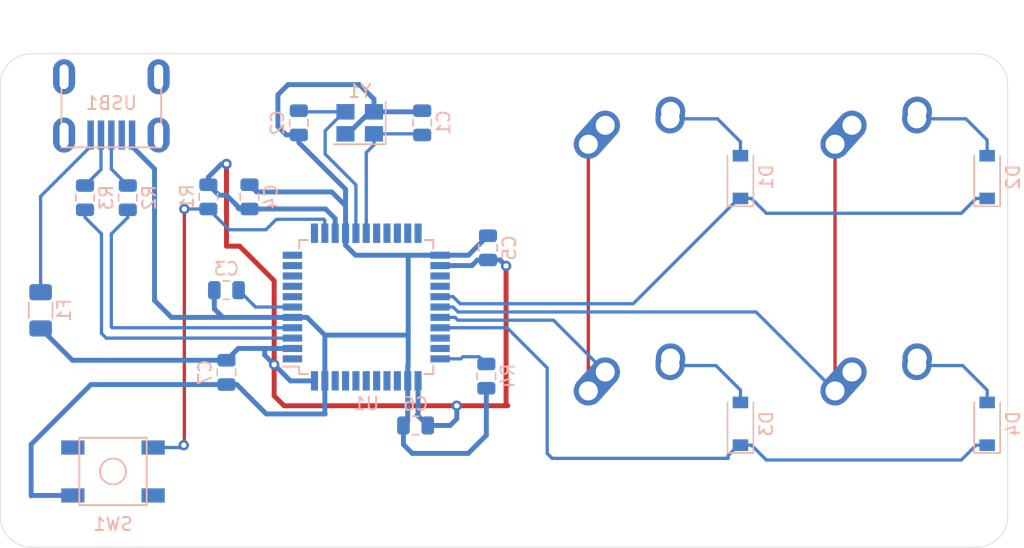
<source format=kicad_pcb>
(kicad_pcb (version 20171130) (host pcbnew "(5.1.4)-1")

  (general
    (thickness 1.6)
    (drawings 8)
    (tracks 214)
    (zones 0)
    (modules 24)
    (nets 45)
  )

  (page A4)
  (layers
    (0 F.Cu signal)
    (31 B.Cu signal)
    (32 B.Adhes user)
    (33 F.Adhes user)
    (34 B.Paste user)
    (35 F.Paste user)
    (36 B.SilkS user)
    (37 F.SilkS user)
    (38 B.Mask user)
    (39 F.Mask user)
    (40 Dwgs.User user)
    (41 Cmts.User user)
    (42 Eco1.User user)
    (43 Eco2.User user)
    (44 Edge.Cuts user)
    (45 Margin user)
    (46 B.CrtYd user)
    (47 F.CrtYd user)
    (48 B.Fab user)
    (49 F.Fab user)
  )

  (setup
    (last_trace_width 0.254)
    (trace_clearance 0.2)
    (zone_clearance 0.508)
    (zone_45_only no)
    (trace_min 0.2)
    (via_size 0.8)
    (via_drill 0.4)
    (via_min_size 0.4)
    (via_min_drill 0.3)
    (uvia_size 0.3)
    (uvia_drill 0.1)
    (uvias_allowed no)
    (uvia_min_size 0.2)
    (uvia_min_drill 0.1)
    (edge_width 0.05)
    (segment_width 0.2)
    (pcb_text_width 0.3)
    (pcb_text_size 1.5 1.5)
    (mod_edge_width 0.12)
    (mod_text_size 1 1)
    (mod_text_width 0.15)
    (pad_size 1.524 1.524)
    (pad_drill 0.762)
    (pad_to_mask_clearance 0.051)
    (solder_mask_min_width 0.25)
    (aux_axis_origin 0 0)
    (visible_elements FFFFFF7F)
    (pcbplotparams
      (layerselection 0x010fc_ffffffff)
      (usegerberextensions false)
      (usegerberattributes false)
      (usegerberadvancedattributes false)
      (creategerberjobfile false)
      (excludeedgelayer true)
      (linewidth 0.100000)
      (plotframeref false)
      (viasonmask false)
      (mode 1)
      (useauxorigin false)
      (hpglpennumber 1)
      (hpglpenspeed 20)
      (hpglpendiameter 15.000000)
      (psnegative false)
      (psa4output false)
      (plotreference true)
      (plotvalue true)
      (plotinvisibletext false)
      (padsonsilk false)
      (subtractmaskfromsilk false)
      (outputformat 1)
      (mirror false)
      (drillshape 1)
      (scaleselection 1)
      (outputdirectory ""))
  )

  (net 0 "")
  (net 1 GND)
  (net 2 "Net-(C1-Pad1)")
  (net 3 "Net-(C2-Pad1)")
  (net 4 "Net-(C3-Pad1)")
  (net 5 +5V)
  (net 6 "Net-(D1-Pad2)")
  (net 7 ROW0)
  (net 8 "Net-(D2-Pad2)")
  (net 9 "Net-(D3-Pad2)")
  (net 10 ROW1)
  (net 11 "Net-(D4-Pad2)")
  (net 12 VCC)
  (net 13 COL0)
  (net 14 COL1)
  (net 15 "Net-(R1-Pad2)")
  (net 16 D+)
  (net 17 "Net-(R2-Pad1)")
  (net 18 D-)
  (net 19 "Net-(R3-Pad1)")
  (net 20 "Net-(R4-Pad2)")
  (net 21 "Net-(U1-Pad42)")
  (net 22 "Net-(U1-Pad41)")
  (net 23 "Net-(U1-Pad40)")
  (net 24 "Net-(U1-Pad39)")
  (net 25 "Net-(U1-Pad38)")
  (net 26 "Net-(U1-Pad37)")
  (net 27 "Net-(U1-Pad36)")
  (net 28 "Net-(U1-Pad32)")
  (net 29 "Net-(U1-Pad31)")
  (net 30 "Net-(U1-Pad26)")
  (net 31 "Net-(U1-Pad25)")
  (net 32 "Net-(U1-Pad22)")
  (net 33 "Net-(U1-Pad21)")
  (net 34 "Net-(U1-Pad20)")
  (net 35 "Net-(U1-Pad19)")
  (net 36 "Net-(U1-Pad18)")
  (net 37 "Net-(U1-Pad12)")
  (net 38 "Net-(U1-Pad11)")
  (net 39 "Net-(U1-Pad10)")
  (net 40 "Net-(U1-Pad9)")
  (net 41 "Net-(U1-Pad8)")
  (net 42 "Net-(U1-Pad1)")
  (net 43 "Net-(USB1-Pad6)")
  (net 44 "Net-(USB1-Pad2)")

  (net_class Default "This is the default net class."
    (clearance 0.2)
    (trace_width 0.254)
    (via_dia 0.8)
    (via_drill 0.4)
    (uvia_dia 0.3)
    (uvia_drill 0.1)
    (add_net COL0)
    (add_net COL1)
    (add_net D+)
    (add_net D-)
    (add_net "Net-(C1-Pad1)")
    (add_net "Net-(C2-Pad1)")
    (add_net "Net-(C3-Pad1)")
    (add_net "Net-(D1-Pad2)")
    (add_net "Net-(D2-Pad2)")
    (add_net "Net-(D3-Pad2)")
    (add_net "Net-(D4-Pad2)")
    (add_net "Net-(R1-Pad2)")
    (add_net "Net-(R2-Pad1)")
    (add_net "Net-(R3-Pad1)")
    (add_net "Net-(R4-Pad2)")
    (add_net "Net-(U1-Pad1)")
    (add_net "Net-(U1-Pad10)")
    (add_net "Net-(U1-Pad11)")
    (add_net "Net-(U1-Pad12)")
    (add_net "Net-(U1-Pad18)")
    (add_net "Net-(U1-Pad19)")
    (add_net "Net-(U1-Pad20)")
    (add_net "Net-(U1-Pad21)")
    (add_net "Net-(U1-Pad22)")
    (add_net "Net-(U1-Pad25)")
    (add_net "Net-(U1-Pad26)")
    (add_net "Net-(U1-Pad31)")
    (add_net "Net-(U1-Pad32)")
    (add_net "Net-(U1-Pad36)")
    (add_net "Net-(U1-Pad37)")
    (add_net "Net-(U1-Pad38)")
    (add_net "Net-(U1-Pad39)")
    (add_net "Net-(U1-Pad40)")
    (add_net "Net-(U1-Pad41)")
    (add_net "Net-(U1-Pad42)")
    (add_net "Net-(U1-Pad8)")
    (add_net "Net-(U1-Pad9)")
    (add_net "Net-(USB1-Pad2)")
    (add_net "Net-(USB1-Pad6)")
    (add_net ROW0)
    (add_net ROW1)
    (add_net VCC)
  )

  (net_class Power ""
    (clearance 0.2)
    (trace_width 0.381)
    (via_dia 0.8)
    (via_drill 0.4)
    (uvia_dia 0.3)
    (uvia_drill 0.1)
    (add_net +5V)
    (add_net GND)
  )

  (module Crystal:Crystal_SMD_3225-4Pin_3.2x2.5mm (layer B.Cu) (tedit 5A0FD1B2) (tstamp 6293EE95)
    (at 67.437 84.709 180)
    (descr "SMD Crystal SERIES SMD3225/4 http://www.txccrystal.com/images/pdf/7m-accuracy.pdf, 3.2x2.5mm^2 package")
    (tags "SMD SMT crystal")
    (path /6294DC50)
    (attr smd)
    (fp_text reference Y1 (at 0 2.45) (layer B.SilkS)
      (effects (font (size 1 1) (thickness 0.15)) (justify mirror))
    )
    (fp_text value 16MHz (at 0 -2.45) (layer B.Fab)
      (effects (font (size 1 1) (thickness 0.15)) (justify mirror))
    )
    (fp_line (start 2.1 1.7) (end -2.1 1.7) (layer B.CrtYd) (width 0.05))
    (fp_line (start 2.1 -1.7) (end 2.1 1.7) (layer B.CrtYd) (width 0.05))
    (fp_line (start -2.1 -1.7) (end 2.1 -1.7) (layer B.CrtYd) (width 0.05))
    (fp_line (start -2.1 1.7) (end -2.1 -1.7) (layer B.CrtYd) (width 0.05))
    (fp_line (start -2 -1.65) (end 2 -1.65) (layer B.SilkS) (width 0.12))
    (fp_line (start -2 1.65) (end -2 -1.65) (layer B.SilkS) (width 0.12))
    (fp_line (start -1.6 -0.25) (end -0.6 -1.25) (layer B.Fab) (width 0.1))
    (fp_line (start 1.6 1.25) (end -1.6 1.25) (layer B.Fab) (width 0.1))
    (fp_line (start 1.6 -1.25) (end 1.6 1.25) (layer B.Fab) (width 0.1))
    (fp_line (start -1.6 -1.25) (end 1.6 -1.25) (layer B.Fab) (width 0.1))
    (fp_line (start -1.6 1.25) (end -1.6 -1.25) (layer B.Fab) (width 0.1))
    (fp_text user %R (at 0 0) (layer B.Fab)
      (effects (font (size 0.7 0.7) (thickness 0.105)) (justify mirror))
    )
    (pad 4 smd rect (at -1.1 0.85 180) (size 1.4 1.2) (layers B.Cu B.Paste B.Mask)
      (net 1 GND))
    (pad 3 smd rect (at 1.1 0.85 180) (size 1.4 1.2) (layers B.Cu B.Paste B.Mask)
      (net 3 "Net-(C2-Pad1)"))
    (pad 2 smd rect (at 1.1 -0.85 180) (size 1.4 1.2) (layers B.Cu B.Paste B.Mask)
      (net 1 GND))
    (pad 1 smd rect (at -1.1 -0.85 180) (size 1.4 1.2) (layers B.Cu B.Paste B.Mask)
      (net 2 "Net-(C1-Pad1)"))
    (model ${KISYS3DMOD}/Crystal.3dshapes/Crystal_SMD_3225-4Pin_3.2x2.5mm.wrl
      (at (xyz 0 0 0))
      (scale (xyz 1 1 1))
      (rotate (xyz 0 0 0))
    )
  )

  (module random-keyboard-parts:Molex-0548190589 (layer B.Cu) (tedit 5C494815) (tstamp 6293ED2D)
    (at 48.26 81.153 270)
    (path /62969BA1)
    (attr smd)
    (fp_text reference USB1 (at 2.032 0 180) (layer B.SilkS)
      (effects (font (size 1 1) (thickness 0.15)) (justify mirror))
    )
    (fp_text value Molex-0548190589 (at -5.08 0 180) (layer Dwgs.User)
      (effects (font (size 1 1) (thickness 0.15)))
    )
    (fp_text user %R (at 2 0 180) (layer B.CrtYd)
      (effects (font (size 1 1) (thickness 0.15)) (justify mirror))
    )
    (fp_line (start 3.25 1.25) (end 5.5 1.25) (layer B.CrtYd) (width 0.15))
    (fp_line (start 5.5 0.5) (end 3.25 0.5) (layer B.CrtYd) (width 0.15))
    (fp_line (start 3.25 -0.5) (end 5.5 -0.5) (layer B.CrtYd) (width 0.15))
    (fp_line (start 5.5 -1.25) (end 3.25 -1.25) (layer B.CrtYd) (width 0.15))
    (fp_line (start 3.25 -2) (end 5.5 -2) (layer B.CrtYd) (width 0.15))
    (fp_line (start 3.25 2) (end 3.25 -2) (layer B.CrtYd) (width 0.15))
    (fp_line (start 5.5 2) (end 3.25 2) (layer B.CrtYd) (width 0.15))
    (fp_line (start -3.75 -3.75) (end -3.75 3.75) (layer B.CrtYd) (width 0.15))
    (fp_line (start 5.5 -3.75) (end -3.75 -3.75) (layer B.CrtYd) (width 0.15))
    (fp_line (start 5.5 3.75) (end 5.5 -3.75) (layer B.CrtYd) (width 0.15))
    (fp_line (start -3.75 3.75) (end 5.5 3.75) (layer B.CrtYd) (width 0.15))
    (fp_line (start 0 3.85) (end 5.45 3.85) (layer B.SilkS) (width 0.15))
    (fp_line (start 0 -3.85) (end 5.45 -3.85) (layer B.SilkS) (width 0.15))
    (fp_line (start 5.45 3.85) (end 5.45 -3.85) (layer B.SilkS) (width 0.15))
    (fp_line (start -3.75 3.85) (end 0 3.85) (layer Dwgs.User) (width 0.15))
    (fp_line (start -3.75 -3.85) (end 0 -3.85) (layer Dwgs.User) (width 0.15))
    (fp_line (start -1.75 4.572) (end -1.75 -4.572) (layer Dwgs.User) (width 0.15))
    (fp_line (start -3.75 3.85) (end -3.75 -3.85) (layer Dwgs.User) (width 0.15))
    (pad 6 thru_hole oval (at 0 3.65 270) (size 2.7 1.7) (drill oval 1.9 0.7) (layers *.Cu *.Mask)
      (net 43 "Net-(USB1-Pad6)"))
    (pad 6 thru_hole oval (at 0 -3.65 270) (size 2.7 1.7) (drill oval 1.9 0.7) (layers *.Cu *.Mask)
      (net 43 "Net-(USB1-Pad6)"))
    (pad 6 thru_hole oval (at 4.5 -3.65 270) (size 2.7 1.7) (drill oval 1.9 0.7) (layers *.Cu *.Mask)
      (net 43 "Net-(USB1-Pad6)"))
    (pad 6 thru_hole oval (at 4.5 3.65 270) (size 2.7 1.7) (drill oval 1.9 0.7) (layers *.Cu *.Mask)
      (net 43 "Net-(USB1-Pad6)"))
    (pad 5 smd rect (at 4.5 1.6 270) (size 2.25 0.5) (layers B.Cu B.Paste B.Mask)
      (net 12 VCC))
    (pad 4 smd rect (at 4.5 0.8 270) (size 2.25 0.5) (layers B.Cu B.Paste B.Mask)
      (net 18 D-))
    (pad 3 smd rect (at 4.5 0 270) (size 2.25 0.5) (layers B.Cu B.Paste B.Mask)
      (net 16 D+))
    (pad 2 smd rect (at 4.5 -0.8 270) (size 2.25 0.5) (layers B.Cu B.Paste B.Mask)
      (net 44 "Net-(USB1-Pad2)"))
    (pad 1 smd rect (at 4.5 -1.6 270) (size 2.25 0.5) (layers B.Cu B.Paste B.Mask)
      (net 1 GND))
  )

  (module Package_QFP:TQFP-44_10x10mm_P0.8mm (layer B.Cu) (tedit 5A02F146) (tstamp 6293EC5A)
    (at 67.945 98.933)
    (descr "44-Lead Plastic Thin Quad Flatpack (PT) - 10x10x1.0 mm Body [TQFP] (see Microchip Packaging Specification 00000049BS.pdf)")
    (tags "QFP 0.8")
    (path /62936C10)
    (attr smd)
    (fp_text reference U1 (at 0 7.45) (layer B.SilkS)
      (effects (font (size 1 1) (thickness 0.15)) (justify mirror))
    )
    (fp_text value ATmega32U4-AU (at 0 -7.45) (layer B.Fab)
      (effects (font (size 1 1) (thickness 0.15)) (justify mirror))
    )
    (fp_line (start -5.175 4.6) (end -6.45 4.6) (layer B.SilkS) (width 0.15))
    (fp_line (start 5.175 5.175) (end 4.5 5.175) (layer B.SilkS) (width 0.15))
    (fp_line (start 5.175 -5.175) (end 4.5 -5.175) (layer B.SilkS) (width 0.15))
    (fp_line (start -5.175 -5.175) (end -4.5 -5.175) (layer B.SilkS) (width 0.15))
    (fp_line (start -5.175 5.175) (end -4.5 5.175) (layer B.SilkS) (width 0.15))
    (fp_line (start -5.175 -5.175) (end -5.175 -4.5) (layer B.SilkS) (width 0.15))
    (fp_line (start 5.175 -5.175) (end 5.175 -4.5) (layer B.SilkS) (width 0.15))
    (fp_line (start 5.175 5.175) (end 5.175 4.5) (layer B.SilkS) (width 0.15))
    (fp_line (start -5.175 5.175) (end -5.175 4.6) (layer B.SilkS) (width 0.15))
    (fp_line (start -6.7 -6.7) (end 6.7 -6.7) (layer B.CrtYd) (width 0.05))
    (fp_line (start -6.7 6.7) (end 6.7 6.7) (layer B.CrtYd) (width 0.05))
    (fp_line (start 6.7 6.7) (end 6.7 -6.7) (layer B.CrtYd) (width 0.05))
    (fp_line (start -6.7 6.7) (end -6.7 -6.7) (layer B.CrtYd) (width 0.05))
    (fp_line (start -5 4) (end -4 5) (layer B.Fab) (width 0.15))
    (fp_line (start -5 -5) (end -5 4) (layer B.Fab) (width 0.15))
    (fp_line (start 5 -5) (end -5 -5) (layer B.Fab) (width 0.15))
    (fp_line (start 5 5) (end 5 -5) (layer B.Fab) (width 0.15))
    (fp_line (start -4 5) (end 5 5) (layer B.Fab) (width 0.15))
    (fp_text user %R (at 0 0) (layer B.Fab)
      (effects (font (size 1 1) (thickness 0.15)) (justify mirror))
    )
    (pad 44 smd rect (at -4 5.7 270) (size 1.5 0.55) (layers B.Cu B.Paste B.Mask)
      (net 5 +5V))
    (pad 43 smd rect (at -3.2 5.7 270) (size 1.5 0.55) (layers B.Cu B.Paste B.Mask)
      (net 1 GND))
    (pad 42 smd rect (at -2.4 5.7 270) (size 1.5 0.55) (layers B.Cu B.Paste B.Mask)
      (net 21 "Net-(U1-Pad42)"))
    (pad 41 smd rect (at -1.6 5.7 270) (size 1.5 0.55) (layers B.Cu B.Paste B.Mask)
      (net 22 "Net-(U1-Pad41)"))
    (pad 40 smd rect (at -0.8 5.7 270) (size 1.5 0.55) (layers B.Cu B.Paste B.Mask)
      (net 23 "Net-(U1-Pad40)"))
    (pad 39 smd rect (at 0 5.7 270) (size 1.5 0.55) (layers B.Cu B.Paste B.Mask)
      (net 24 "Net-(U1-Pad39)"))
    (pad 38 smd rect (at 0.8 5.7 270) (size 1.5 0.55) (layers B.Cu B.Paste B.Mask)
      (net 25 "Net-(U1-Pad38)"))
    (pad 37 smd rect (at 1.6 5.7 270) (size 1.5 0.55) (layers B.Cu B.Paste B.Mask)
      (net 26 "Net-(U1-Pad37)"))
    (pad 36 smd rect (at 2.4 5.7 270) (size 1.5 0.55) (layers B.Cu B.Paste B.Mask)
      (net 27 "Net-(U1-Pad36)"))
    (pad 35 smd rect (at 3.2 5.7 270) (size 1.5 0.55) (layers B.Cu B.Paste B.Mask)
      (net 1 GND))
    (pad 34 smd rect (at 4 5.7 270) (size 1.5 0.55) (layers B.Cu B.Paste B.Mask)
      (net 5 +5V))
    (pad 33 smd rect (at 5.7 4) (size 1.5 0.55) (layers B.Cu B.Paste B.Mask)
      (net 20 "Net-(R4-Pad2)"))
    (pad 32 smd rect (at 5.7 3.2) (size 1.5 0.55) (layers B.Cu B.Paste B.Mask)
      (net 28 "Net-(U1-Pad32)"))
    (pad 31 smd rect (at 5.7 2.4) (size 1.5 0.55) (layers B.Cu B.Paste B.Mask)
      (net 29 "Net-(U1-Pad31)"))
    (pad 30 smd rect (at 5.7 1.6) (size 1.5 0.55) (layers B.Cu B.Paste B.Mask)
      (net 10 ROW1))
    (pad 29 smd rect (at 5.7 0.8) (size 1.5 0.55) (layers B.Cu B.Paste B.Mask)
      (net 13 COL0))
    (pad 28 smd rect (at 5.7 0) (size 1.5 0.55) (layers B.Cu B.Paste B.Mask)
      (net 14 COL1))
    (pad 27 smd rect (at 5.7 -0.8) (size 1.5 0.55) (layers B.Cu B.Paste B.Mask)
      (net 7 ROW0))
    (pad 26 smd rect (at 5.7 -1.6) (size 1.5 0.55) (layers B.Cu B.Paste B.Mask)
      (net 30 "Net-(U1-Pad26)"))
    (pad 25 smd rect (at 5.7 -2.4) (size 1.5 0.55) (layers B.Cu B.Paste B.Mask)
      (net 31 "Net-(U1-Pad25)"))
    (pad 24 smd rect (at 5.7 -3.2) (size 1.5 0.55) (layers B.Cu B.Paste B.Mask)
      (net 5 +5V))
    (pad 23 smd rect (at 5.7 -4) (size 1.5 0.55) (layers B.Cu B.Paste B.Mask)
      (net 1 GND))
    (pad 22 smd rect (at 4 -5.7 270) (size 1.5 0.55) (layers B.Cu B.Paste B.Mask)
      (net 32 "Net-(U1-Pad22)"))
    (pad 21 smd rect (at 3.2 -5.7 270) (size 1.5 0.55) (layers B.Cu B.Paste B.Mask)
      (net 33 "Net-(U1-Pad21)"))
    (pad 20 smd rect (at 2.4 -5.7 270) (size 1.5 0.55) (layers B.Cu B.Paste B.Mask)
      (net 34 "Net-(U1-Pad20)"))
    (pad 19 smd rect (at 1.6 -5.7 270) (size 1.5 0.55) (layers B.Cu B.Paste B.Mask)
      (net 35 "Net-(U1-Pad19)"))
    (pad 18 smd rect (at 0.8 -5.7 270) (size 1.5 0.55) (layers B.Cu B.Paste B.Mask)
      (net 36 "Net-(U1-Pad18)"))
    (pad 17 smd rect (at 0 -5.7 270) (size 1.5 0.55) (layers B.Cu B.Paste B.Mask)
      (net 2 "Net-(C1-Pad1)"))
    (pad 16 smd rect (at -0.8 -5.7 270) (size 1.5 0.55) (layers B.Cu B.Paste B.Mask)
      (net 3 "Net-(C2-Pad1)"))
    (pad 15 smd rect (at -1.6 -5.7 270) (size 1.5 0.55) (layers B.Cu B.Paste B.Mask)
      (net 1 GND))
    (pad 14 smd rect (at -2.4 -5.7 270) (size 1.5 0.55) (layers B.Cu B.Paste B.Mask)
      (net 5 +5V))
    (pad 13 smd rect (at -3.2 -5.7 270) (size 1.5 0.55) (layers B.Cu B.Paste B.Mask)
      (net 15 "Net-(R1-Pad2)"))
    (pad 12 smd rect (at -4 -5.7 270) (size 1.5 0.55) (layers B.Cu B.Paste B.Mask)
      (net 37 "Net-(U1-Pad12)"))
    (pad 11 smd rect (at -5.7 -4) (size 1.5 0.55) (layers B.Cu B.Paste B.Mask)
      (net 38 "Net-(U1-Pad11)"))
    (pad 10 smd rect (at -5.7 -3.2) (size 1.5 0.55) (layers B.Cu B.Paste B.Mask)
      (net 39 "Net-(U1-Pad10)"))
    (pad 9 smd rect (at -5.7 -2.4) (size 1.5 0.55) (layers B.Cu B.Paste B.Mask)
      (net 40 "Net-(U1-Pad9)"))
    (pad 8 smd rect (at -5.7 -1.6) (size 1.5 0.55) (layers B.Cu B.Paste B.Mask)
      (net 41 "Net-(U1-Pad8)"))
    (pad 7 smd rect (at -5.7 -0.8) (size 1.5 0.55) (layers B.Cu B.Paste B.Mask)
      (net 5 +5V))
    (pad 6 smd rect (at -5.7 0) (size 1.5 0.55) (layers B.Cu B.Paste B.Mask)
      (net 4 "Net-(C3-Pad1)"))
    (pad 5 smd rect (at -5.7 0.8) (size 1.5 0.55) (layers B.Cu B.Paste B.Mask)
      (net 1 GND))
    (pad 4 smd rect (at -5.7 1.6) (size 1.5 0.55) (layers B.Cu B.Paste B.Mask)
      (net 17 "Net-(R2-Pad1)"))
    (pad 3 smd rect (at -5.7 2.4) (size 1.5 0.55) (layers B.Cu B.Paste B.Mask)
      (net 19 "Net-(R3-Pad1)"))
    (pad 2 smd rect (at -5.7 3.2) (size 1.5 0.55) (layers B.Cu B.Paste B.Mask)
      (net 5 +5V))
    (pad 1 smd rect (at -5.7 4) (size 1.5 0.55) (layers B.Cu B.Paste B.Mask)
      (net 42 "Net-(U1-Pad1)"))
    (model ${KISYS3DMOD}/Package_QFP.3dshapes/TQFP-44_10x10mm_P0.8mm.wrl
      (at (xyz 0 0 0))
      (scale (xyz 1 1 1))
      (rotate (xyz 0 0 0))
    )
  )

  (module random-keyboard-parts:SKQG-1155865 (layer B.Cu) (tedit 5E62B398) (tstamp 6293EE00)
    (at 48.387 111.633 180)
    (path /62956F44)
    (attr smd)
    (fp_text reference SW1 (at 0 -4.064) (layer B.SilkS)
      (effects (font (size 1 1) (thickness 0.15)) (justify mirror))
    )
    (fp_text value SW_Push (at 0 4.064) (layer B.Fab)
      (effects (font (size 1 1) (thickness 0.15)) (justify mirror))
    )
    (fp_line (start -2.6 2.6) (end 2.6 2.6) (layer B.SilkS) (width 0.15))
    (fp_line (start 2.6 2.6) (end 2.6 -2.6) (layer B.SilkS) (width 0.15))
    (fp_line (start 2.6 -2.6) (end -2.6 -2.6) (layer B.SilkS) (width 0.15))
    (fp_line (start -2.6 -2.6) (end -2.6 2.6) (layer B.SilkS) (width 0.15))
    (fp_circle (center 0 0) (end 1 0) (layer B.SilkS) (width 0.15))
    (fp_line (start -4.2 2.6) (end 4.2 2.6) (layer B.Fab) (width 0.15))
    (fp_line (start 4.2 2.6) (end 4.2 1.2) (layer B.Fab) (width 0.15))
    (fp_line (start 4.2 1.1) (end 2.6 1.1) (layer B.Fab) (width 0.15))
    (fp_line (start 2.6 1.1) (end 2.6 -1.1) (layer B.Fab) (width 0.15))
    (fp_line (start 2.6 -1.1) (end 4.2 -1.1) (layer B.Fab) (width 0.15))
    (fp_line (start 4.2 -1.1) (end 4.2 -2.6) (layer B.Fab) (width 0.15))
    (fp_line (start 4.2 -2.6) (end -4.2 -2.6) (layer B.Fab) (width 0.15))
    (fp_line (start -4.2 -2.6) (end -4.2 -1.1) (layer B.Fab) (width 0.15))
    (fp_line (start -4.2 -1.1) (end -2.6 -1.1) (layer B.Fab) (width 0.15))
    (fp_line (start -2.6 -1.1) (end -2.6 1.1) (layer B.Fab) (width 0.15))
    (fp_line (start -2.6 1.1) (end -4.2 1.1) (layer B.Fab) (width 0.15))
    (fp_line (start -4.2 1.1) (end -4.2 2.6) (layer B.Fab) (width 0.15))
    (fp_circle (center 0 0) (end 1 0) (layer B.Fab) (width 0.15))
    (fp_line (start -2.6 1.1) (end -1.1 2.6) (layer B.Fab) (width 0.15))
    (fp_line (start 2.6 1.1) (end 1.1 2.6) (layer B.Fab) (width 0.15))
    (fp_line (start 2.6 -1.1) (end 1.1 -2.6) (layer B.Fab) (width 0.15))
    (fp_line (start -2.6 -1.1) (end -1.1 -2.6) (layer B.Fab) (width 0.15))
    (pad 4 smd rect (at -3.1 -1.85 180) (size 1.8 1.1) (layers B.Cu B.Paste B.Mask))
    (pad 3 smd rect (at 3.1 1.85 180) (size 1.8 1.1) (layers B.Cu B.Paste B.Mask))
    (pad 2 smd rect (at -3.1 1.85 180) (size 1.8 1.1) (layers B.Cu B.Paste B.Mask)
      (net 15 "Net-(R1-Pad2)"))
    (pad 1 smd rect (at 3.1 -1.85 180) (size 1.8 1.1) (layers B.Cu B.Paste B.Mask)
      (net 1 GND))
    (model ${KISYS3DMOD}/Button_Switch_SMD.3dshapes/SW_SPST_TL3342.step
      (at (xyz 0 0 0))
      (scale (xyz 1 1 1))
      (rotate (xyz 0 0 0))
    )
  )

  (module Resistor_SMD:R_0805_2012Metric (layer B.Cu) (tedit 5B36C52B) (tstamp 6293F051)
    (at 77.216 104.267 90)
    (descr "Resistor SMD 0805 (2012 Metric), square (rectangular) end terminal, IPC_7351 nominal, (Body size source: https://docs.google.com/spreadsheets/d/1BsfQQcO9C6DZCsRaXUlFlo91Tg2WpOkGARC1WS5S8t0/edit?usp=sharing), generated with kicad-footprint-generator")
    (tags resistor)
    (path /6293EC31)
    (attr smd)
    (fp_text reference R4 (at 0 1.65 90) (layer B.SilkS)
      (effects (font (size 1 1) (thickness 0.15)) (justify mirror))
    )
    (fp_text value 10k (at 0 -1.65 90) (layer B.Fab)
      (effects (font (size 1 1) (thickness 0.15)) (justify mirror))
    )
    (fp_text user %R (at 0 0 90) (layer B.Fab)
      (effects (font (size 0.5 0.5) (thickness 0.08)) (justify mirror))
    )
    (fp_line (start 1.68 -0.95) (end -1.68 -0.95) (layer B.CrtYd) (width 0.05))
    (fp_line (start 1.68 0.95) (end 1.68 -0.95) (layer B.CrtYd) (width 0.05))
    (fp_line (start -1.68 0.95) (end 1.68 0.95) (layer B.CrtYd) (width 0.05))
    (fp_line (start -1.68 -0.95) (end -1.68 0.95) (layer B.CrtYd) (width 0.05))
    (fp_line (start -0.258578 -0.71) (end 0.258578 -0.71) (layer B.SilkS) (width 0.12))
    (fp_line (start -0.258578 0.71) (end 0.258578 0.71) (layer B.SilkS) (width 0.12))
    (fp_line (start 1 -0.6) (end -1 -0.6) (layer B.Fab) (width 0.1))
    (fp_line (start 1 0.6) (end 1 -0.6) (layer B.Fab) (width 0.1))
    (fp_line (start -1 0.6) (end 1 0.6) (layer B.Fab) (width 0.1))
    (fp_line (start -1 -0.6) (end -1 0.6) (layer B.Fab) (width 0.1))
    (pad 2 smd roundrect (at 0.9375 0 90) (size 0.975 1.4) (layers B.Cu B.Paste B.Mask) (roundrect_rratio 0.25)
      (net 20 "Net-(R4-Pad2)"))
    (pad 1 smd roundrect (at -0.9375 0 90) (size 0.975 1.4) (layers B.Cu B.Paste B.Mask) (roundrect_rratio 0.25)
      (net 1 GND))
    (model ${KISYS3DMOD}/Resistor_SMD.3dshapes/R_0805_2012Metric.wrl
      (at (xyz 0 0 0))
      (scale (xyz 1 1 1))
      (rotate (xyz 0 0 0))
    )
  )

  (module Resistor_SMD:R_0805_2012Metric (layer B.Cu) (tedit 5B36C52B) (tstamp 6293ECEE)
    (at 46.228 90.4875 90)
    (descr "Resistor SMD 0805 (2012 Metric), square (rectangular) end terminal, IPC_7351 nominal, (Body size source: https://docs.google.com/spreadsheets/d/1BsfQQcO9C6DZCsRaXUlFlo91Tg2WpOkGARC1WS5S8t0/edit?usp=sharing), generated with kicad-footprint-generator")
    (tags resistor)
    (path /62941824)
    (attr smd)
    (fp_text reference R3 (at 0 1.65 90) (layer B.SilkS)
      (effects (font (size 1 1) (thickness 0.15)) (justify mirror))
    )
    (fp_text value 22 (at 0 -1.65 90) (layer B.Fab)
      (effects (font (size 1 1) (thickness 0.15)) (justify mirror))
    )
    (fp_text user %R (at 0 0 90) (layer B.Fab)
      (effects (font (size 0.5 0.5) (thickness 0.08)) (justify mirror))
    )
    (fp_line (start 1.68 -0.95) (end -1.68 -0.95) (layer B.CrtYd) (width 0.05))
    (fp_line (start 1.68 0.95) (end 1.68 -0.95) (layer B.CrtYd) (width 0.05))
    (fp_line (start -1.68 0.95) (end 1.68 0.95) (layer B.CrtYd) (width 0.05))
    (fp_line (start -1.68 -0.95) (end -1.68 0.95) (layer B.CrtYd) (width 0.05))
    (fp_line (start -0.258578 -0.71) (end 0.258578 -0.71) (layer B.SilkS) (width 0.12))
    (fp_line (start -0.258578 0.71) (end 0.258578 0.71) (layer B.SilkS) (width 0.12))
    (fp_line (start 1 -0.6) (end -1 -0.6) (layer B.Fab) (width 0.1))
    (fp_line (start 1 0.6) (end 1 -0.6) (layer B.Fab) (width 0.1))
    (fp_line (start -1 0.6) (end 1 0.6) (layer B.Fab) (width 0.1))
    (fp_line (start -1 -0.6) (end -1 0.6) (layer B.Fab) (width 0.1))
    (pad 2 smd roundrect (at 0.9375 0 90) (size 0.975 1.4) (layers B.Cu B.Paste B.Mask) (roundrect_rratio 0.25)
      (net 18 D-))
    (pad 1 smd roundrect (at -0.9375 0 90) (size 0.975 1.4) (layers B.Cu B.Paste B.Mask) (roundrect_rratio 0.25)
      (net 19 "Net-(R3-Pad1)"))
    (model ${KISYS3DMOD}/Resistor_SMD.3dshapes/R_0805_2012Metric.wrl
      (at (xyz 0 0 0))
      (scale (xyz 1 1 1))
      (rotate (xyz 0 0 0))
    )
  )

  (module Resistor_SMD:R_0805_2012Metric (layer B.Cu) (tedit 5B36C52B) (tstamp 629442B4)
    (at 49.53 90.4875 90)
    (descr "Resistor SMD 0805 (2012 Metric), square (rectangular) end terminal, IPC_7351 nominal, (Body size source: https://docs.google.com/spreadsheets/d/1BsfQQcO9C6DZCsRaXUlFlo91Tg2WpOkGARC1WS5S8t0/edit?usp=sharing), generated with kicad-footprint-generator")
    (tags resistor)
    (path /62940D87)
    (attr smd)
    (fp_text reference R2 (at 0 1.65 90) (layer B.SilkS)
      (effects (font (size 1 1) (thickness 0.15)) (justify mirror))
    )
    (fp_text value 22 (at 0 -1.65 90) (layer B.Fab)
      (effects (font (size 1 1) (thickness 0.15)) (justify mirror))
    )
    (fp_text user %R (at 0 0 90) (layer B.Fab)
      (effects (font (size 0.5 0.5) (thickness 0.08)) (justify mirror))
    )
    (fp_line (start 1.68 -0.95) (end -1.68 -0.95) (layer B.CrtYd) (width 0.05))
    (fp_line (start 1.68 0.95) (end 1.68 -0.95) (layer B.CrtYd) (width 0.05))
    (fp_line (start -1.68 0.95) (end 1.68 0.95) (layer B.CrtYd) (width 0.05))
    (fp_line (start -1.68 -0.95) (end -1.68 0.95) (layer B.CrtYd) (width 0.05))
    (fp_line (start -0.258578 -0.71) (end 0.258578 -0.71) (layer B.SilkS) (width 0.12))
    (fp_line (start -0.258578 0.71) (end 0.258578 0.71) (layer B.SilkS) (width 0.12))
    (fp_line (start 1 -0.6) (end -1 -0.6) (layer B.Fab) (width 0.1))
    (fp_line (start 1 0.6) (end 1 -0.6) (layer B.Fab) (width 0.1))
    (fp_line (start -1 0.6) (end 1 0.6) (layer B.Fab) (width 0.1))
    (fp_line (start -1 -0.6) (end -1 0.6) (layer B.Fab) (width 0.1))
    (pad 2 smd roundrect (at 0.9375 0 90) (size 0.975 1.4) (layers B.Cu B.Paste B.Mask) (roundrect_rratio 0.25)
      (net 16 D+))
    (pad 1 smd roundrect (at -0.9375 0 90) (size 0.975 1.4) (layers B.Cu B.Paste B.Mask) (roundrect_rratio 0.25)
      (net 17 "Net-(R2-Pad1)"))
    (model ${KISYS3DMOD}/Resistor_SMD.3dshapes/R_0805_2012Metric.wrl
      (at (xyz 0 0 0))
      (scale (xyz 1 1 1))
      (rotate (xyz 0 0 0))
    )
  )

  (module Resistor_SMD:R_0805_2012Metric (layer B.Cu) (tedit 5B36C52B) (tstamp 6293F081)
    (at 55.753 90.424 270)
    (descr "Resistor SMD 0805 (2012 Metric), square (rectangular) end terminal, IPC_7351 nominal, (Body size source: https://docs.google.com/spreadsheets/d/1BsfQQcO9C6DZCsRaXUlFlo91Tg2WpOkGARC1WS5S8t0/edit?usp=sharing), generated with kicad-footprint-generator")
    (tags resistor)
    (path /62959EB5)
    (attr smd)
    (fp_text reference R1 (at 0 1.65 270) (layer B.SilkS)
      (effects (font (size 1 1) (thickness 0.15)) (justify mirror))
    )
    (fp_text value 10k (at 0 -1.65 270) (layer B.Fab)
      (effects (font (size 1 1) (thickness 0.15)) (justify mirror))
    )
    (fp_text user %R (at 0 0 270) (layer B.Fab)
      (effects (font (size 0.5 0.5) (thickness 0.08)) (justify mirror))
    )
    (fp_line (start 1.68 -0.95) (end -1.68 -0.95) (layer B.CrtYd) (width 0.05))
    (fp_line (start 1.68 0.95) (end 1.68 -0.95) (layer B.CrtYd) (width 0.05))
    (fp_line (start -1.68 0.95) (end 1.68 0.95) (layer B.CrtYd) (width 0.05))
    (fp_line (start -1.68 -0.95) (end -1.68 0.95) (layer B.CrtYd) (width 0.05))
    (fp_line (start -0.258578 -0.71) (end 0.258578 -0.71) (layer B.SilkS) (width 0.12))
    (fp_line (start -0.258578 0.71) (end 0.258578 0.71) (layer B.SilkS) (width 0.12))
    (fp_line (start 1 -0.6) (end -1 -0.6) (layer B.Fab) (width 0.1))
    (fp_line (start 1 0.6) (end 1 -0.6) (layer B.Fab) (width 0.1))
    (fp_line (start -1 0.6) (end 1 0.6) (layer B.Fab) (width 0.1))
    (fp_line (start -1 -0.6) (end -1 0.6) (layer B.Fab) (width 0.1))
    (pad 2 smd roundrect (at 0.9375 0 270) (size 0.975 1.4) (layers B.Cu B.Paste B.Mask) (roundrect_rratio 0.25)
      (net 15 "Net-(R1-Pad2)"))
    (pad 1 smd roundrect (at -0.9375 0 270) (size 0.975 1.4) (layers B.Cu B.Paste B.Mask) (roundrect_rratio 0.25)
      (net 5 +5V))
    (model ${KISYS3DMOD}/Resistor_SMD.3dshapes/R_0805_2012Metric.wrl
      (at (xyz 0 0 0))
      (scale (xyz 1 1 1))
      (rotate (xyz 0 0 0))
    )
  )

  (module MX_Alps_Hybrid:MX-1U-NoLED (layer F.Cu) (tedit 5A9F5203) (tstamp 6293EF13)
    (at 107.95 107.95)
    (path /629A4115)
    (fp_text reference MX4 (at 0 3.175) (layer Dwgs.User)
      (effects (font (size 1 1) (thickness 0.15)))
    )
    (fp_text value MX-NoLED (at 0 -7.9375) (layer Dwgs.User)
      (effects (font (size 1 1) (thickness 0.15)))
    )
    (fp_line (start -9.525 9.525) (end -9.525 -9.525) (layer Dwgs.User) (width 0.15))
    (fp_line (start 9.525 9.525) (end -9.525 9.525) (layer Dwgs.User) (width 0.15))
    (fp_line (start 9.525 -9.525) (end 9.525 9.525) (layer Dwgs.User) (width 0.15))
    (fp_line (start -9.525 -9.525) (end 9.525 -9.525) (layer Dwgs.User) (width 0.15))
    (fp_line (start -7 -7) (end -7 -5) (layer Dwgs.User) (width 0.15))
    (fp_line (start -5 -7) (end -7 -7) (layer Dwgs.User) (width 0.15))
    (fp_line (start -7 7) (end -5 7) (layer Dwgs.User) (width 0.15))
    (fp_line (start -7 5) (end -7 7) (layer Dwgs.User) (width 0.15))
    (fp_line (start 7 7) (end 7 5) (layer Dwgs.User) (width 0.15))
    (fp_line (start 5 7) (end 7 7) (layer Dwgs.User) (width 0.15))
    (fp_line (start 7 -7) (end 7 -5) (layer Dwgs.User) (width 0.15))
    (fp_line (start 5 -7) (end 7 -7) (layer Dwgs.User) (width 0.15))
    (pad "" np_thru_hole circle (at 5.08 0 48.0996) (size 1.75 1.75) (drill 1.75) (layers *.Cu *.Mask))
    (pad "" np_thru_hole circle (at -5.08 0 48.0996) (size 1.75 1.75) (drill 1.75) (layers *.Cu *.Mask))
    (pad 1 thru_hole circle (at -2.5 -4) (size 2.25 2.25) (drill 1.47) (layers *.Cu B.Mask)
      (net 14 COL1))
    (pad "" np_thru_hole circle (at 0 0) (size 3.9878 3.9878) (drill 3.9878) (layers *.Cu *.Mask))
    (pad 1 thru_hole oval (at -3.81 -2.54 48.0996) (size 4.211556 2.25) (drill 1.47 (offset 0.980778 0)) (layers *.Cu B.Mask)
      (net 14 COL1))
    (pad 2 thru_hole circle (at 2.54 -5.08) (size 2.25 2.25) (drill 1.47) (layers *.Cu B.Mask)
      (net 11 "Net-(D4-Pad2)"))
    (pad 2 thru_hole oval (at 2.5 -4.5 86.0548) (size 2.831378 2.25) (drill 1.47 (offset 0.290689 0)) (layers *.Cu B.Mask)
      (net 11 "Net-(D4-Pad2)"))
  )

  (module MX_Alps_Hybrid:MX-1U-NoLED (layer F.Cu) (tedit 5A9F5203) (tstamp 6293EFE5)
    (at 88.9 107.95)
    (path /629A3194)
    (fp_text reference MX3 (at 0 3.175) (layer Dwgs.User)
      (effects (font (size 1 1) (thickness 0.15)))
    )
    (fp_text value MX-NoLED (at 0 -7.9375) (layer Dwgs.User)
      (effects (font (size 1 1) (thickness 0.15)))
    )
    (fp_line (start 5 -7) (end 7 -7) (layer Dwgs.User) (width 0.15))
    (fp_line (start 7 -7) (end 7 -5) (layer Dwgs.User) (width 0.15))
    (fp_line (start 5 7) (end 7 7) (layer Dwgs.User) (width 0.15))
    (fp_line (start 7 7) (end 7 5) (layer Dwgs.User) (width 0.15))
    (fp_line (start -7 5) (end -7 7) (layer Dwgs.User) (width 0.15))
    (fp_line (start -7 7) (end -5 7) (layer Dwgs.User) (width 0.15))
    (fp_line (start -5 -7) (end -7 -7) (layer Dwgs.User) (width 0.15))
    (fp_line (start -7 -7) (end -7 -5) (layer Dwgs.User) (width 0.15))
    (fp_line (start -9.525 -9.525) (end 9.525 -9.525) (layer Dwgs.User) (width 0.15))
    (fp_line (start 9.525 -9.525) (end 9.525 9.525) (layer Dwgs.User) (width 0.15))
    (fp_line (start 9.525 9.525) (end -9.525 9.525) (layer Dwgs.User) (width 0.15))
    (fp_line (start -9.525 9.525) (end -9.525 -9.525) (layer Dwgs.User) (width 0.15))
    (pad 2 thru_hole oval (at 2.5 -4.5 86.0548) (size 2.831378 2.25) (drill 1.47 (offset 0.290689 0)) (layers *.Cu B.Mask)
      (net 9 "Net-(D3-Pad2)"))
    (pad 2 thru_hole circle (at 2.54 -5.08) (size 2.25 2.25) (drill 1.47) (layers *.Cu B.Mask)
      (net 9 "Net-(D3-Pad2)"))
    (pad 1 thru_hole oval (at -3.81 -2.54 48.0996) (size 4.211556 2.25) (drill 1.47 (offset 0.980778 0)) (layers *.Cu B.Mask)
      (net 13 COL0))
    (pad "" np_thru_hole circle (at 0 0) (size 3.9878 3.9878) (drill 3.9878) (layers *.Cu *.Mask))
    (pad 1 thru_hole circle (at -2.5 -4) (size 2.25 2.25) (drill 1.47) (layers *.Cu B.Mask)
      (net 13 COL0))
    (pad "" np_thru_hole circle (at -5.08 0 48.0996) (size 1.75 1.75) (drill 1.75) (layers *.Cu *.Mask))
    (pad "" np_thru_hole circle (at 5.08 0 48.0996) (size 1.75 1.75) (drill 1.75) (layers *.Cu *.Mask))
  )

  (module MX_Alps_Hybrid:MX-1U-NoLED (layer F.Cu) (tedit 5A9F5203) (tstamp 6293EED1)
    (at 107.95 88.9)
    (path /629958E6)
    (fp_text reference MX2 (at 0 3.175) (layer Dwgs.User)
      (effects (font (size 1 1) (thickness 0.15)))
    )
    (fp_text value MX-NoLED (at 0 -7.9375) (layer Dwgs.User)
      (effects (font (size 1 1) (thickness 0.15)))
    )
    (fp_line (start -9.525 9.525) (end -9.525 -9.525) (layer Dwgs.User) (width 0.15))
    (fp_line (start 9.525 9.525) (end -9.525 9.525) (layer Dwgs.User) (width 0.15))
    (fp_line (start 9.525 -9.525) (end 9.525 9.525) (layer Dwgs.User) (width 0.15))
    (fp_line (start -9.525 -9.525) (end 9.525 -9.525) (layer Dwgs.User) (width 0.15))
    (fp_line (start -7 -7) (end -7 -5) (layer Dwgs.User) (width 0.15))
    (fp_line (start -5 -7) (end -7 -7) (layer Dwgs.User) (width 0.15))
    (fp_line (start -7 7) (end -5 7) (layer Dwgs.User) (width 0.15))
    (fp_line (start -7 5) (end -7 7) (layer Dwgs.User) (width 0.15))
    (fp_line (start 7 7) (end 7 5) (layer Dwgs.User) (width 0.15))
    (fp_line (start 5 7) (end 7 7) (layer Dwgs.User) (width 0.15))
    (fp_line (start 7 -7) (end 7 -5) (layer Dwgs.User) (width 0.15))
    (fp_line (start 5 -7) (end 7 -7) (layer Dwgs.User) (width 0.15))
    (pad "" np_thru_hole circle (at 5.08 0 48.0996) (size 1.75 1.75) (drill 1.75) (layers *.Cu *.Mask))
    (pad "" np_thru_hole circle (at -5.08 0 48.0996) (size 1.75 1.75) (drill 1.75) (layers *.Cu *.Mask))
    (pad 1 thru_hole circle (at -2.5 -4) (size 2.25 2.25) (drill 1.47) (layers *.Cu B.Mask)
      (net 14 COL1))
    (pad "" np_thru_hole circle (at 0 0) (size 3.9878 3.9878) (drill 3.9878) (layers *.Cu *.Mask))
    (pad 1 thru_hole oval (at -3.81 -2.54 48.0996) (size 4.211556 2.25) (drill 1.47 (offset 0.980778 0)) (layers *.Cu B.Mask)
      (net 14 COL1))
    (pad 2 thru_hole circle (at 2.54 -5.08) (size 2.25 2.25) (drill 1.47) (layers *.Cu B.Mask)
      (net 8 "Net-(D2-Pad2)"))
    (pad 2 thru_hole oval (at 2.5 -4.5 86.0548) (size 2.831378 2.25) (drill 1.47 (offset 0.290689 0)) (layers *.Cu B.Mask)
      (net 8 "Net-(D2-Pad2)"))
  )

  (module MX_Alps_Hybrid:MX-1U-NoLED (layer F.Cu) (tedit 5A9F5203) (tstamp 6293DA35)
    (at 88.9 88.9)
    (path /629A1F33)
    (fp_text reference MX1 (at 0 3.175) (layer Dwgs.User)
      (effects (font (size 1 1) (thickness 0.15)))
    )
    (fp_text value MX-NoLED (at 0 -7.9375) (layer Dwgs.User)
      (effects (font (size 1 1) (thickness 0.15)))
    )
    (fp_line (start -9.525 9.525) (end -9.525 -9.525) (layer Dwgs.User) (width 0.15))
    (fp_line (start 9.525 9.525) (end -9.525 9.525) (layer Dwgs.User) (width 0.15))
    (fp_line (start 9.525 -9.525) (end 9.525 9.525) (layer Dwgs.User) (width 0.15))
    (fp_line (start -9.525 -9.525) (end 9.525 -9.525) (layer Dwgs.User) (width 0.15))
    (fp_line (start -7 -7) (end -7 -5) (layer Dwgs.User) (width 0.15))
    (fp_line (start -5 -7) (end -7 -7) (layer Dwgs.User) (width 0.15))
    (fp_line (start -7 7) (end -5 7) (layer Dwgs.User) (width 0.15))
    (fp_line (start -7 5) (end -7 7) (layer Dwgs.User) (width 0.15))
    (fp_line (start 7 7) (end 7 5) (layer Dwgs.User) (width 0.15))
    (fp_line (start 5 7) (end 7 7) (layer Dwgs.User) (width 0.15))
    (fp_line (start 7 -7) (end 7 -5) (layer Dwgs.User) (width 0.15))
    (fp_line (start 5 -7) (end 7 -7) (layer Dwgs.User) (width 0.15))
    (pad "" np_thru_hole circle (at 5.08 0 48.0996) (size 1.75 1.75) (drill 1.75) (layers *.Cu *.Mask))
    (pad "" np_thru_hole circle (at -5.08 0 48.0996) (size 1.75 1.75) (drill 1.75) (layers *.Cu *.Mask))
    (pad 1 thru_hole circle (at -2.5 -4) (size 2.25 2.25) (drill 1.47) (layers *.Cu B.Mask)
      (net 13 COL0))
    (pad "" np_thru_hole circle (at 0 0) (size 3.9878 3.9878) (drill 3.9878) (layers *.Cu *.Mask))
    (pad 1 thru_hole oval (at -3.81 -2.54 48.0996) (size 4.211556 2.25) (drill 1.47 (offset 0.980778 0)) (layers *.Cu B.Mask)
      (net 13 COL0))
    (pad 2 thru_hole circle (at 2.54 -5.08) (size 2.25 2.25) (drill 1.47) (layers *.Cu B.Mask)
      (net 6 "Net-(D1-Pad2)"))
    (pad 2 thru_hole oval (at 2.5 -4.5 86.0548) (size 2.831378 2.25) (drill 1.47 (offset 0.290689 0)) (layers *.Cu B.Mask)
      (net 6 "Net-(D1-Pad2)"))
  )

  (module Fuse:Fuse_1206_3216Metric (layer B.Cu) (tedit 5B301BBE) (tstamp 6293EF4F)
    (at 42.799 99.187 90)
    (descr "Fuse SMD 1206 (3216 Metric), square (rectangular) end terminal, IPC_7351 nominal, (Body size source: http://www.tortai-tech.com/upload/download/2011102023233369053.pdf), generated with kicad-footprint-generator")
    (tags resistor)
    (path /62969BB3)
    (attr smd)
    (fp_text reference F1 (at 0 1.82 90) (layer B.SilkS)
      (effects (font (size 1 1) (thickness 0.15)) (justify mirror))
    )
    (fp_text value 500mA (at 0 -1.82 90) (layer B.Fab)
      (effects (font (size 1 1) (thickness 0.15)) (justify mirror))
    )
    (fp_text user %R (at 0 0 90) (layer B.Fab)
      (effects (font (size 0.8 0.8) (thickness 0.12)) (justify mirror))
    )
    (fp_line (start 2.28 -1.12) (end -2.28 -1.12) (layer B.CrtYd) (width 0.05))
    (fp_line (start 2.28 1.12) (end 2.28 -1.12) (layer B.CrtYd) (width 0.05))
    (fp_line (start -2.28 1.12) (end 2.28 1.12) (layer B.CrtYd) (width 0.05))
    (fp_line (start -2.28 -1.12) (end -2.28 1.12) (layer B.CrtYd) (width 0.05))
    (fp_line (start -0.602064 -0.91) (end 0.602064 -0.91) (layer B.SilkS) (width 0.12))
    (fp_line (start -0.602064 0.91) (end 0.602064 0.91) (layer B.SilkS) (width 0.12))
    (fp_line (start 1.6 -0.8) (end -1.6 -0.8) (layer B.Fab) (width 0.1))
    (fp_line (start 1.6 0.8) (end 1.6 -0.8) (layer B.Fab) (width 0.1))
    (fp_line (start -1.6 0.8) (end 1.6 0.8) (layer B.Fab) (width 0.1))
    (fp_line (start -1.6 -0.8) (end -1.6 0.8) (layer B.Fab) (width 0.1))
    (pad 2 smd roundrect (at 1.4 0 90) (size 1.25 1.75) (layers B.Cu B.Paste B.Mask) (roundrect_rratio 0.2)
      (net 12 VCC))
    (pad 1 smd roundrect (at -1.4 0 90) (size 1.25 1.75) (layers B.Cu B.Paste B.Mask) (roundrect_rratio 0.2)
      (net 5 +5V))
    (model ${KISYS3DMOD}/Fuse.3dshapes/Fuse_1206_3216Metric.wrl
      (at (xyz 0 0 0))
      (scale (xyz 1 1 1))
      (rotate (xyz 0 0 0))
    )
  )

  (module Diode_SMD:D_SOD-123 (layer B.Cu) (tedit 58645DC7) (tstamp 6293F131)
    (at 115.8875 107.95 90)
    (descr SOD-123)
    (tags SOD-123)
    (path /629A411B)
    (attr smd)
    (fp_text reference D4 (at 0 2 270) (layer B.SilkS)
      (effects (font (size 1 1) (thickness 0.15)) (justify mirror))
    )
    (fp_text value SOD-123 (at 0 -2.1 270) (layer B.Fab)
      (effects (font (size 1 1) (thickness 0.15)) (justify mirror))
    )
    (fp_line (start -2.25 1) (end 1.65 1) (layer B.SilkS) (width 0.12))
    (fp_line (start -2.25 -1) (end 1.65 -1) (layer B.SilkS) (width 0.12))
    (fp_line (start -2.35 1.15) (end -2.35 -1.15) (layer B.CrtYd) (width 0.05))
    (fp_line (start 2.35 -1.15) (end -2.35 -1.15) (layer B.CrtYd) (width 0.05))
    (fp_line (start 2.35 1.15) (end 2.35 -1.15) (layer B.CrtYd) (width 0.05))
    (fp_line (start -2.35 1.15) (end 2.35 1.15) (layer B.CrtYd) (width 0.05))
    (fp_line (start -1.4 0.9) (end 1.4 0.9) (layer B.Fab) (width 0.1))
    (fp_line (start 1.4 0.9) (end 1.4 -0.9) (layer B.Fab) (width 0.1))
    (fp_line (start 1.4 -0.9) (end -1.4 -0.9) (layer B.Fab) (width 0.1))
    (fp_line (start -1.4 -0.9) (end -1.4 0.9) (layer B.Fab) (width 0.1))
    (fp_line (start -0.75 0) (end -0.35 0) (layer B.Fab) (width 0.1))
    (fp_line (start -0.35 0) (end -0.35 0.55) (layer B.Fab) (width 0.1))
    (fp_line (start -0.35 0) (end -0.35 -0.55) (layer B.Fab) (width 0.1))
    (fp_line (start -0.35 0) (end 0.25 0.4) (layer B.Fab) (width 0.1))
    (fp_line (start 0.25 0.4) (end 0.25 -0.4) (layer B.Fab) (width 0.1))
    (fp_line (start 0.25 -0.4) (end -0.35 0) (layer B.Fab) (width 0.1))
    (fp_line (start 0.25 0) (end 0.75 0) (layer B.Fab) (width 0.1))
    (fp_line (start -2.25 1) (end -2.25 -1) (layer B.SilkS) (width 0.12))
    (fp_text user %R (at 0 2 270) (layer B.Fab)
      (effects (font (size 1 1) (thickness 0.15)) (justify mirror))
    )
    (pad 2 smd rect (at 1.65 0 90) (size 0.9 1.2) (layers B.Cu B.Paste B.Mask)
      (net 11 "Net-(D4-Pad2)"))
    (pad 1 smd rect (at -1.65 0 90) (size 0.9 1.2) (layers B.Cu B.Paste B.Mask)
      (net 10 ROW1))
    (model ${KISYS3DMOD}/Diode_SMD.3dshapes/D_SOD-123.wrl
      (at (xyz 0 0 0))
      (scale (xyz 1 1 1))
      (rotate (xyz 0 0 0))
    )
  )

  (module Diode_SMD:D_SOD-123 (layer B.Cu) (tedit 58645DC7) (tstamp 6293EDB3)
    (at 96.8375 107.95 90)
    (descr SOD-123)
    (tags SOD-123)
    (path /629A319A)
    (attr smd)
    (fp_text reference D3 (at 0 2 270) (layer B.SilkS)
      (effects (font (size 1 1) (thickness 0.15)) (justify mirror))
    )
    (fp_text value SOD-123 (at 0 -2.1 270) (layer B.Fab)
      (effects (font (size 1 1) (thickness 0.15)) (justify mirror))
    )
    (fp_line (start -2.25 1) (end 1.65 1) (layer B.SilkS) (width 0.12))
    (fp_line (start -2.25 -1) (end 1.65 -1) (layer B.SilkS) (width 0.12))
    (fp_line (start -2.35 1.15) (end -2.35 -1.15) (layer B.CrtYd) (width 0.05))
    (fp_line (start 2.35 -1.15) (end -2.35 -1.15) (layer B.CrtYd) (width 0.05))
    (fp_line (start 2.35 1.15) (end 2.35 -1.15) (layer B.CrtYd) (width 0.05))
    (fp_line (start -2.35 1.15) (end 2.35 1.15) (layer B.CrtYd) (width 0.05))
    (fp_line (start -1.4 0.9) (end 1.4 0.9) (layer B.Fab) (width 0.1))
    (fp_line (start 1.4 0.9) (end 1.4 -0.9) (layer B.Fab) (width 0.1))
    (fp_line (start 1.4 -0.9) (end -1.4 -0.9) (layer B.Fab) (width 0.1))
    (fp_line (start -1.4 -0.9) (end -1.4 0.9) (layer B.Fab) (width 0.1))
    (fp_line (start -0.75 0) (end -0.35 0) (layer B.Fab) (width 0.1))
    (fp_line (start -0.35 0) (end -0.35 0.55) (layer B.Fab) (width 0.1))
    (fp_line (start -0.35 0) (end -0.35 -0.55) (layer B.Fab) (width 0.1))
    (fp_line (start -0.35 0) (end 0.25 0.4) (layer B.Fab) (width 0.1))
    (fp_line (start 0.25 0.4) (end 0.25 -0.4) (layer B.Fab) (width 0.1))
    (fp_line (start 0.25 -0.4) (end -0.35 0) (layer B.Fab) (width 0.1))
    (fp_line (start 0.25 0) (end 0.75 0) (layer B.Fab) (width 0.1))
    (fp_line (start -2.25 1) (end -2.25 -1) (layer B.SilkS) (width 0.12))
    (fp_text user %R (at 0 2 270) (layer B.Fab)
      (effects (font (size 1 1) (thickness 0.15)) (justify mirror))
    )
    (pad 2 smd rect (at 1.65 0 90) (size 0.9 1.2) (layers B.Cu B.Paste B.Mask)
      (net 9 "Net-(D3-Pad2)"))
    (pad 1 smd rect (at -1.65 0 90) (size 0.9 1.2) (layers B.Cu B.Paste B.Mask)
      (net 10 ROW1))
    (model ${KISYS3DMOD}/Diode_SMD.3dshapes/D_SOD-123.wrl
      (at (xyz 0 0 0))
      (scale (xyz 1 1 1))
      (rotate (xyz 0 0 0))
    )
  )

  (module Diode_SMD:D_SOD-123 (layer B.Cu) (tedit 58645DC7) (tstamp 6293EE52)
    (at 115.8875 88.9 90)
    (descr SOD-123)
    (tags SOD-123)
    (path /6299A48F)
    (attr smd)
    (fp_text reference D2 (at 0 2 270) (layer B.SilkS)
      (effects (font (size 1 1) (thickness 0.15)) (justify mirror))
    )
    (fp_text value SOD-123 (at 0 -2.1 270) (layer B.Fab)
      (effects (font (size 1 1) (thickness 0.15)) (justify mirror))
    )
    (fp_line (start -2.25 1) (end 1.65 1) (layer B.SilkS) (width 0.12))
    (fp_line (start -2.25 -1) (end 1.65 -1) (layer B.SilkS) (width 0.12))
    (fp_line (start -2.35 1.15) (end -2.35 -1.15) (layer B.CrtYd) (width 0.05))
    (fp_line (start 2.35 -1.15) (end -2.35 -1.15) (layer B.CrtYd) (width 0.05))
    (fp_line (start 2.35 1.15) (end 2.35 -1.15) (layer B.CrtYd) (width 0.05))
    (fp_line (start -2.35 1.15) (end 2.35 1.15) (layer B.CrtYd) (width 0.05))
    (fp_line (start -1.4 0.9) (end 1.4 0.9) (layer B.Fab) (width 0.1))
    (fp_line (start 1.4 0.9) (end 1.4 -0.9) (layer B.Fab) (width 0.1))
    (fp_line (start 1.4 -0.9) (end -1.4 -0.9) (layer B.Fab) (width 0.1))
    (fp_line (start -1.4 -0.9) (end -1.4 0.9) (layer B.Fab) (width 0.1))
    (fp_line (start -0.75 0) (end -0.35 0) (layer B.Fab) (width 0.1))
    (fp_line (start -0.35 0) (end -0.35 0.55) (layer B.Fab) (width 0.1))
    (fp_line (start -0.35 0) (end -0.35 -0.55) (layer B.Fab) (width 0.1))
    (fp_line (start -0.35 0) (end 0.25 0.4) (layer B.Fab) (width 0.1))
    (fp_line (start 0.25 0.4) (end 0.25 -0.4) (layer B.Fab) (width 0.1))
    (fp_line (start 0.25 -0.4) (end -0.35 0) (layer B.Fab) (width 0.1))
    (fp_line (start 0.25 0) (end 0.75 0) (layer B.Fab) (width 0.1))
    (fp_line (start -2.25 1) (end -2.25 -1) (layer B.SilkS) (width 0.12))
    (fp_text user %R (at 0 2 270) (layer B.Fab)
      (effects (font (size 1 1) (thickness 0.15)) (justify mirror))
    )
    (pad 2 smd rect (at 1.65 0 90) (size 0.9 1.2) (layers B.Cu B.Paste B.Mask)
      (net 8 "Net-(D2-Pad2)"))
    (pad 1 smd rect (at -1.65 0 90) (size 0.9 1.2) (layers B.Cu B.Paste B.Mask)
      (net 7 ROW0))
    (model ${KISYS3DMOD}/Diode_SMD.3dshapes/D_SOD-123.wrl
      (at (xyz 0 0 0))
      (scale (xyz 1 1 1))
      (rotate (xyz 0 0 0))
    )
  )

  (module Diode_SMD:D_SOD-123 (layer B.Cu) (tedit 58645DC7) (tstamp 6293F0B9)
    (at 96.8375 88.9 90)
    (descr SOD-123)
    (tags SOD-123)
    (path /629A1F39)
    (attr smd)
    (fp_text reference D1 (at 0 2 270) (layer B.SilkS)
      (effects (font (size 1 1) (thickness 0.15)) (justify mirror))
    )
    (fp_text value SOD-123 (at 0 -2.1 270) (layer B.Fab)
      (effects (font (size 1 1) (thickness 0.15)) (justify mirror))
    )
    (fp_text user %R (at 0 2 270) (layer B.Fab)
      (effects (font (size 1 1) (thickness 0.15)) (justify mirror))
    )
    (fp_line (start -2.25 1) (end -2.25 -1) (layer B.SilkS) (width 0.12))
    (fp_line (start 0.25 0) (end 0.75 0) (layer B.Fab) (width 0.1))
    (fp_line (start 0.25 -0.4) (end -0.35 0) (layer B.Fab) (width 0.1))
    (fp_line (start 0.25 0.4) (end 0.25 -0.4) (layer B.Fab) (width 0.1))
    (fp_line (start -0.35 0) (end 0.25 0.4) (layer B.Fab) (width 0.1))
    (fp_line (start -0.35 0) (end -0.35 -0.55) (layer B.Fab) (width 0.1))
    (fp_line (start -0.35 0) (end -0.35 0.55) (layer B.Fab) (width 0.1))
    (fp_line (start -0.75 0) (end -0.35 0) (layer B.Fab) (width 0.1))
    (fp_line (start -1.4 -0.9) (end -1.4 0.9) (layer B.Fab) (width 0.1))
    (fp_line (start 1.4 -0.9) (end -1.4 -0.9) (layer B.Fab) (width 0.1))
    (fp_line (start 1.4 0.9) (end 1.4 -0.9) (layer B.Fab) (width 0.1))
    (fp_line (start -1.4 0.9) (end 1.4 0.9) (layer B.Fab) (width 0.1))
    (fp_line (start -2.35 1.15) (end 2.35 1.15) (layer B.CrtYd) (width 0.05))
    (fp_line (start 2.35 1.15) (end 2.35 -1.15) (layer B.CrtYd) (width 0.05))
    (fp_line (start 2.35 -1.15) (end -2.35 -1.15) (layer B.CrtYd) (width 0.05))
    (fp_line (start -2.35 1.15) (end -2.35 -1.15) (layer B.CrtYd) (width 0.05))
    (fp_line (start -2.25 -1) (end 1.65 -1) (layer B.SilkS) (width 0.12))
    (fp_line (start -2.25 1) (end 1.65 1) (layer B.SilkS) (width 0.12))
    (pad 1 smd rect (at -1.65 0 90) (size 0.9 1.2) (layers B.Cu B.Paste B.Mask)
      (net 7 ROW0))
    (pad 2 smd rect (at 1.65 0 90) (size 0.9 1.2) (layers B.Cu B.Paste B.Mask)
      (net 6 "Net-(D1-Pad2)"))
    (model ${KISYS3DMOD}/Diode_SMD.3dshapes/D_SOD-123.wrl
      (at (xyz 0 0 0))
      (scale (xyz 1 1 1))
      (rotate (xyz 0 0 0))
    )
  )

  (module Capacitor_SMD:C_0805_2012Metric (layer B.Cu) (tedit 5B36C52B) (tstamp 6293F0F9)
    (at 57.15 103.98125 270)
    (descr "Capacitor SMD 0805 (2012 Metric), square (rectangular) end terminal, IPC_7351 nominal, (Body size source: https://docs.google.com/spreadsheets/d/1BsfQQcO9C6DZCsRaXUlFlo91Tg2WpOkGARC1WS5S8t0/edit?usp=sharing), generated with kicad-footprint-generator")
    (tags capacitor)
    (path /62948B04)
    (attr smd)
    (fp_text reference C7 (at 0 1.65 90) (layer B.SilkS)
      (effects (font (size 1 1) (thickness 0.15)) (justify mirror))
    )
    (fp_text value 10uf (at 0 -1.65 90) (layer B.Fab)
      (effects (font (size 1 1) (thickness 0.15)) (justify mirror))
    )
    (fp_text user %R (at 0 0 90) (layer B.Fab)
      (effects (font (size 0.5 0.5) (thickness 0.08)) (justify mirror))
    )
    (fp_line (start 1.68 -0.95) (end -1.68 -0.95) (layer B.CrtYd) (width 0.05))
    (fp_line (start 1.68 0.95) (end 1.68 -0.95) (layer B.CrtYd) (width 0.05))
    (fp_line (start -1.68 0.95) (end 1.68 0.95) (layer B.CrtYd) (width 0.05))
    (fp_line (start -1.68 -0.95) (end -1.68 0.95) (layer B.CrtYd) (width 0.05))
    (fp_line (start -0.258578 -0.71) (end 0.258578 -0.71) (layer B.SilkS) (width 0.12))
    (fp_line (start -0.258578 0.71) (end 0.258578 0.71) (layer B.SilkS) (width 0.12))
    (fp_line (start 1 -0.6) (end -1 -0.6) (layer B.Fab) (width 0.1))
    (fp_line (start 1 0.6) (end 1 -0.6) (layer B.Fab) (width 0.1))
    (fp_line (start -1 0.6) (end 1 0.6) (layer B.Fab) (width 0.1))
    (fp_line (start -1 -0.6) (end -1 0.6) (layer B.Fab) (width 0.1))
    (pad 2 smd roundrect (at 0.9375 0 270) (size 0.975 1.4) (layers B.Cu B.Paste B.Mask) (roundrect_rratio 0.25)
      (net 1 GND))
    (pad 1 smd roundrect (at -0.9375 0 270) (size 0.975 1.4) (layers B.Cu B.Paste B.Mask) (roundrect_rratio 0.25)
      (net 5 +5V))
    (model ${KISYS3DMOD}/Capacitor_SMD.3dshapes/C_0805_2012Metric.wrl
      (at (xyz 0 0 0))
      (scale (xyz 1 1 1))
      (rotate (xyz 0 0 0))
    )
  )

  (module Capacitor_SMD:C_0805_2012Metric (layer B.Cu) (tedit 5B36C52B) (tstamp 6293EF7F)
    (at 71.755 108.077 180)
    (descr "Capacitor SMD 0805 (2012 Metric), square (rectangular) end terminal, IPC_7351 nominal, (Body size source: https://docs.google.com/spreadsheets/d/1BsfQQcO9C6DZCsRaXUlFlo91Tg2WpOkGARC1WS5S8t0/edit?usp=sharing), generated with kicad-footprint-generator")
    (tags capacitor)
    (path /62948735)
    (attr smd)
    (fp_text reference C6 (at 0 1.65) (layer B.SilkS)
      (effects (font (size 1 1) (thickness 0.15)) (justify mirror))
    )
    (fp_text value 0.1uf (at 0 -1.65) (layer B.Fab)
      (effects (font (size 1 1) (thickness 0.15)) (justify mirror))
    )
    (fp_text user %R (at 0 0) (layer B.Fab)
      (effects (font (size 0.5 0.5) (thickness 0.08)) (justify mirror))
    )
    (fp_line (start 1.68 -0.95) (end -1.68 -0.95) (layer B.CrtYd) (width 0.05))
    (fp_line (start 1.68 0.95) (end 1.68 -0.95) (layer B.CrtYd) (width 0.05))
    (fp_line (start -1.68 0.95) (end 1.68 0.95) (layer B.CrtYd) (width 0.05))
    (fp_line (start -1.68 -0.95) (end -1.68 0.95) (layer B.CrtYd) (width 0.05))
    (fp_line (start -0.258578 -0.71) (end 0.258578 -0.71) (layer B.SilkS) (width 0.12))
    (fp_line (start -0.258578 0.71) (end 0.258578 0.71) (layer B.SilkS) (width 0.12))
    (fp_line (start 1 -0.6) (end -1 -0.6) (layer B.Fab) (width 0.1))
    (fp_line (start 1 0.6) (end 1 -0.6) (layer B.Fab) (width 0.1))
    (fp_line (start -1 0.6) (end 1 0.6) (layer B.Fab) (width 0.1))
    (fp_line (start -1 -0.6) (end -1 0.6) (layer B.Fab) (width 0.1))
    (pad 2 smd roundrect (at 0.9375 0 180) (size 0.975 1.4) (layers B.Cu B.Paste B.Mask) (roundrect_rratio 0.25)
      (net 1 GND))
    (pad 1 smd roundrect (at -0.9375 0 180) (size 0.975 1.4) (layers B.Cu B.Paste B.Mask) (roundrect_rratio 0.25)
      (net 5 +5V))
    (model ${KISYS3DMOD}/Capacitor_SMD.3dshapes/C_0805_2012Metric.wrl
      (at (xyz 0 0 0))
      (scale (xyz 1 1 1))
      (rotate (xyz 0 0 0))
    )
  )

  (module Capacitor_SMD:C_0805_2012Metric (layer B.Cu) (tedit 5B36C52B) (tstamp 62940CCD)
    (at 77.343 94.361 90)
    (descr "Capacitor SMD 0805 (2012 Metric), square (rectangular) end terminal, IPC_7351 nominal, (Body size source: https://docs.google.com/spreadsheets/d/1BsfQQcO9C6DZCsRaXUlFlo91Tg2WpOkGARC1WS5S8t0/edit?usp=sharing), generated with kicad-footprint-generator")
    (tags capacitor)
    (path /62948201)
    (attr smd)
    (fp_text reference C5 (at 0 1.65 270) (layer B.SilkS)
      (effects (font (size 1 1) (thickness 0.15)) (justify mirror))
    )
    (fp_text value 0.1uf (at 0 -1.65 270) (layer B.Fab)
      (effects (font (size 1 1) (thickness 0.15)) (justify mirror))
    )
    (fp_text user %R (at 0 0 270) (layer B.Fab)
      (effects (font (size 0.5 0.5) (thickness 0.08)) (justify mirror))
    )
    (fp_line (start 1.68 -0.95) (end -1.68 -0.95) (layer B.CrtYd) (width 0.05))
    (fp_line (start 1.68 0.95) (end 1.68 -0.95) (layer B.CrtYd) (width 0.05))
    (fp_line (start -1.68 0.95) (end 1.68 0.95) (layer B.CrtYd) (width 0.05))
    (fp_line (start -1.68 -0.95) (end -1.68 0.95) (layer B.CrtYd) (width 0.05))
    (fp_line (start -0.258578 -0.71) (end 0.258578 -0.71) (layer B.SilkS) (width 0.12))
    (fp_line (start -0.258578 0.71) (end 0.258578 0.71) (layer B.SilkS) (width 0.12))
    (fp_line (start 1 -0.6) (end -1 -0.6) (layer B.Fab) (width 0.1))
    (fp_line (start 1 0.6) (end 1 -0.6) (layer B.Fab) (width 0.1))
    (fp_line (start -1 0.6) (end 1 0.6) (layer B.Fab) (width 0.1))
    (fp_line (start -1 -0.6) (end -1 0.6) (layer B.Fab) (width 0.1))
    (pad 2 smd roundrect (at 0.9375 0 90) (size 0.975 1.4) (layers B.Cu B.Paste B.Mask) (roundrect_rratio 0.25)
      (net 1 GND))
    (pad 1 smd roundrect (at -0.9375 0 90) (size 0.975 1.4) (layers B.Cu B.Paste B.Mask) (roundrect_rratio 0.25)
      (net 5 +5V))
    (model ${KISYS3DMOD}/Capacitor_SMD.3dshapes/C_0805_2012Metric.wrl
      (at (xyz 0 0 0))
      (scale (xyz 1 1 1))
      (rotate (xyz 0 0 0))
    )
  )

  (module Capacitor_SMD:C_0805_2012Metric (layer B.Cu) (tedit 5B36C52B) (tstamp 6293ED7B)
    (at 58.928 90.424 90)
    (descr "Capacitor SMD 0805 (2012 Metric), square (rectangular) end terminal, IPC_7351 nominal, (Body size source: https://docs.google.com/spreadsheets/d/1BsfQQcO9C6DZCsRaXUlFlo91Tg2WpOkGARC1WS5S8t0/edit?usp=sharing), generated with kicad-footprint-generator")
    (tags capacitor)
    (path /62948E6A)
    (attr smd)
    (fp_text reference C4 (at 0 1.65 270) (layer B.SilkS)
      (effects (font (size 1 1) (thickness 0.15)) (justify mirror))
    )
    (fp_text value 0.1uf (at 0 -1.65 270) (layer B.Fab)
      (effects (font (size 1 1) (thickness 0.15)) (justify mirror))
    )
    (fp_text user %R (at 0 0 270) (layer B.Fab)
      (effects (font (size 0.5 0.5) (thickness 0.08)) (justify mirror))
    )
    (fp_line (start 1.68 -0.95) (end -1.68 -0.95) (layer B.CrtYd) (width 0.05))
    (fp_line (start 1.68 0.95) (end 1.68 -0.95) (layer B.CrtYd) (width 0.05))
    (fp_line (start -1.68 0.95) (end 1.68 0.95) (layer B.CrtYd) (width 0.05))
    (fp_line (start -1.68 -0.95) (end -1.68 0.95) (layer B.CrtYd) (width 0.05))
    (fp_line (start -0.258578 -0.71) (end 0.258578 -0.71) (layer B.SilkS) (width 0.12))
    (fp_line (start -0.258578 0.71) (end 0.258578 0.71) (layer B.SilkS) (width 0.12))
    (fp_line (start 1 -0.6) (end -1 -0.6) (layer B.Fab) (width 0.1))
    (fp_line (start 1 0.6) (end 1 -0.6) (layer B.Fab) (width 0.1))
    (fp_line (start -1 0.6) (end 1 0.6) (layer B.Fab) (width 0.1))
    (fp_line (start -1 -0.6) (end -1 0.6) (layer B.Fab) (width 0.1))
    (pad 2 smd roundrect (at 0.9375 0 90) (size 0.975 1.4) (layers B.Cu B.Paste B.Mask) (roundrect_rratio 0.25)
      (net 1 GND))
    (pad 1 smd roundrect (at -0.9375 0 90) (size 0.975 1.4) (layers B.Cu B.Paste B.Mask) (roundrect_rratio 0.25)
      (net 5 +5V))
    (model ${KISYS3DMOD}/Capacitor_SMD.3dshapes/C_0805_2012Metric.wrl
      (at (xyz 0 0 0))
      (scale (xyz 1 1 1))
      (rotate (xyz 0 0 0))
    )
  )

  (module Capacitor_SMD:C_0805_2012Metric (layer B.Cu) (tedit 5B36C52B) (tstamp 6293EB98)
    (at 57.15 97.63125 180)
    (descr "Capacitor SMD 0805 (2012 Metric), square (rectangular) end terminal, IPC_7351 nominal, (Body size source: https://docs.google.com/spreadsheets/d/1BsfQQcO9C6DZCsRaXUlFlo91Tg2WpOkGARC1WS5S8t0/edit?usp=sharing), generated with kicad-footprint-generator")
    (tags capacitor)
    (path /62945B29)
    (attr smd)
    (fp_text reference C3 (at 0 1.65) (layer B.SilkS)
      (effects (font (size 1 1) (thickness 0.15)) (justify mirror))
    )
    (fp_text value 1uF (at 0 -1.65) (layer B.Fab)
      (effects (font (size 1 1) (thickness 0.15)) (justify mirror))
    )
    (fp_text user %R (at 0 0) (layer B.Fab)
      (effects (font (size 0.5 0.5) (thickness 0.08)) (justify mirror))
    )
    (fp_line (start 1.68 -0.95) (end -1.68 -0.95) (layer B.CrtYd) (width 0.05))
    (fp_line (start 1.68 0.95) (end 1.68 -0.95) (layer B.CrtYd) (width 0.05))
    (fp_line (start -1.68 0.95) (end 1.68 0.95) (layer B.CrtYd) (width 0.05))
    (fp_line (start -1.68 -0.95) (end -1.68 0.95) (layer B.CrtYd) (width 0.05))
    (fp_line (start -0.258578 -0.71) (end 0.258578 -0.71) (layer B.SilkS) (width 0.12))
    (fp_line (start -0.258578 0.71) (end 0.258578 0.71) (layer B.SilkS) (width 0.12))
    (fp_line (start 1 -0.6) (end -1 -0.6) (layer B.Fab) (width 0.1))
    (fp_line (start 1 0.6) (end 1 -0.6) (layer B.Fab) (width 0.1))
    (fp_line (start -1 0.6) (end 1 0.6) (layer B.Fab) (width 0.1))
    (fp_line (start -1 -0.6) (end -1 0.6) (layer B.Fab) (width 0.1))
    (pad 2 smd roundrect (at 0.9375 0 180) (size 0.975 1.4) (layers B.Cu B.Paste B.Mask) (roundrect_rratio 0.25)
      (net 1 GND))
    (pad 1 smd roundrect (at -0.9375 0 180) (size 0.975 1.4) (layers B.Cu B.Paste B.Mask) (roundrect_rratio 0.25)
      (net 4 "Net-(C3-Pad1)"))
    (model ${KISYS3DMOD}/Capacitor_SMD.3dshapes/C_0805_2012Metric.wrl
      (at (xyz 0 0 0))
      (scale (xyz 1 1 1))
      (rotate (xyz 0 0 0))
    )
  )

  (module Capacitor_SMD:C_0805_2012Metric (layer B.Cu) (tedit 5B36C52B) (tstamp 6293EBC8)
    (at 62.738 84.709 270)
    (descr "Capacitor SMD 0805 (2012 Metric), square (rectangular) end terminal, IPC_7351 nominal, (Body size source: https://docs.google.com/spreadsheets/d/1BsfQQcO9C6DZCsRaXUlFlo91Tg2WpOkGARC1WS5S8t0/edit?usp=sharing), generated with kicad-footprint-generator")
    (tags capacitor)
    (path /62951895)
    (attr smd)
    (fp_text reference C2 (at 0 1.65 270) (layer B.SilkS)
      (effects (font (size 1 1) (thickness 0.15)) (justify mirror))
    )
    (fp_text value 22pF (at 0 -1.65 270) (layer B.Fab)
      (effects (font (size 1 1) (thickness 0.15)) (justify mirror))
    )
    (fp_text user %R (at 0 0 270) (layer B.Fab)
      (effects (font (size 0.5 0.5) (thickness 0.08)) (justify mirror))
    )
    (fp_line (start 1.68 -0.95) (end -1.68 -0.95) (layer B.CrtYd) (width 0.05))
    (fp_line (start 1.68 0.95) (end 1.68 -0.95) (layer B.CrtYd) (width 0.05))
    (fp_line (start -1.68 0.95) (end 1.68 0.95) (layer B.CrtYd) (width 0.05))
    (fp_line (start -1.68 -0.95) (end -1.68 0.95) (layer B.CrtYd) (width 0.05))
    (fp_line (start -0.258578 -0.71) (end 0.258578 -0.71) (layer B.SilkS) (width 0.12))
    (fp_line (start -0.258578 0.71) (end 0.258578 0.71) (layer B.SilkS) (width 0.12))
    (fp_line (start 1 -0.6) (end -1 -0.6) (layer B.Fab) (width 0.1))
    (fp_line (start 1 0.6) (end 1 -0.6) (layer B.Fab) (width 0.1))
    (fp_line (start -1 0.6) (end 1 0.6) (layer B.Fab) (width 0.1))
    (fp_line (start -1 -0.6) (end -1 0.6) (layer B.Fab) (width 0.1))
    (pad 2 smd roundrect (at 0.9375 0 270) (size 0.975 1.4) (layers B.Cu B.Paste B.Mask) (roundrect_rratio 0.25)
      (net 1 GND))
    (pad 1 smd roundrect (at -0.9375 0 270) (size 0.975 1.4) (layers B.Cu B.Paste B.Mask) (roundrect_rratio 0.25)
      (net 3 "Net-(C2-Pad1)"))
    (model ${KISYS3DMOD}/Capacitor_SMD.3dshapes/C_0805_2012Metric.wrl
      (at (xyz 0 0 0))
      (scale (xyz 1 1 1))
      (rotate (xyz 0 0 0))
    )
  )

  (module Capacitor_SMD:C_0805_2012Metric (layer B.Cu) (tedit 5B36C52B) (tstamp 6293EBF8)
    (at 72.263 84.709 90)
    (descr "Capacitor SMD 0805 (2012 Metric), square (rectangular) end terminal, IPC_7351 nominal, (Body size source: https://docs.google.com/spreadsheets/d/1BsfQQcO9C6DZCsRaXUlFlo91Tg2WpOkGARC1WS5S8t0/edit?usp=sharing), generated with kicad-footprint-generator")
    (tags capacitor)
    (path /629510B4)
    (attr smd)
    (fp_text reference C1 (at 0 1.65 270) (layer B.SilkS)
      (effects (font (size 1 1) (thickness 0.15)) (justify mirror))
    )
    (fp_text value 22pF (at 0 -1.65 270) (layer B.Fab)
      (effects (font (size 1 1) (thickness 0.15)) (justify mirror))
    )
    (fp_text user %R (at 0 0 270) (layer B.Fab)
      (effects (font (size 0.5 0.5) (thickness 0.08)) (justify mirror))
    )
    (fp_line (start 1.68 -0.95) (end -1.68 -0.95) (layer B.CrtYd) (width 0.05))
    (fp_line (start 1.68 0.95) (end 1.68 -0.95) (layer B.CrtYd) (width 0.05))
    (fp_line (start -1.68 0.95) (end 1.68 0.95) (layer B.CrtYd) (width 0.05))
    (fp_line (start -1.68 -0.95) (end -1.68 0.95) (layer B.CrtYd) (width 0.05))
    (fp_line (start -0.258578 -0.71) (end 0.258578 -0.71) (layer B.SilkS) (width 0.12))
    (fp_line (start -0.258578 0.71) (end 0.258578 0.71) (layer B.SilkS) (width 0.12))
    (fp_line (start 1 -0.6) (end -1 -0.6) (layer B.Fab) (width 0.1))
    (fp_line (start 1 0.6) (end 1 -0.6) (layer B.Fab) (width 0.1))
    (fp_line (start -1 0.6) (end 1 0.6) (layer B.Fab) (width 0.1))
    (fp_line (start -1 -0.6) (end -1 0.6) (layer B.Fab) (width 0.1))
    (pad 2 smd roundrect (at 0.9375 0 90) (size 0.975 1.4) (layers B.Cu B.Paste B.Mask) (roundrect_rratio 0.25)
      (net 1 GND))
    (pad 1 smd roundrect (at -0.9375 0 90) (size 0.975 1.4) (layers B.Cu B.Paste B.Mask) (roundrect_rratio 0.25)
      (net 2 "Net-(C1-Pad1)"))
    (model ${KISYS3DMOD}/Capacitor_SMD.3dshapes/C_0805_2012Metric.wrl
      (at (xyz 0 0 0))
      (scale (xyz 1 1 1))
      (rotate (xyz 0 0 0))
    )
  )

  (gr_arc (start 42.06875 81.75625) (end 42.06875 79.375) (angle -90) (layer Edge.Cuts) (width 0.05))
  (gr_arc (start 42.06875 115.09375) (end 39.6875 115.09375) (angle -90) (layer Edge.Cuts) (width 0.05))
  (gr_line (start 42.06875 117.475) (end 115.09375 117.475) (layer Edge.Cuts) (width 0.05) (tstamp 62944146))
  (gr_line (start 39.6875 81.75625) (end 39.6875 115.09375) (layer Edge.Cuts) (width 0.05))
  (gr_line (start 115.09375 79.375) (end 42.06875 79.375) (layer Edge.Cuts) (width 0.05))
  (gr_line (start 117.475 81.75625) (end 117.475 115.09375) (layer Edge.Cuts) (width 0.05) (tstamp 62943AFB))
  (gr_arc (start 115.09375 115.09375) (end 115.09375 117.475) (angle -90) (layer Edge.Cuts) (width 0.05))
  (gr_arc (start 115.09375 81.75625) (end 117.475 81.75625) (angle -90) (layer Edge.Cuts) (width 0.05))

  (segment (start 57.15 104.91875) (end 46.6875 104.91875) (width 0.381) (layer B.Cu) (net 1))
  (segment (start 46.6875 104.91875) (end 42.06875 109.5375) (width 0.381) (layer B.Cu) (net 1))
  (segment (start 42.06875 109.5375) (end 42.06875 113.50625) (width 0.381) (layer B.Cu) (net 1))
  (segment (start 42.092 113.483) (end 45.287 113.483) (width 0.381) (layer B.Cu) (net 1))
  (segment (start 42.06875 113.50625) (end 42.092 113.483) (width 0.381) (layer B.Cu) (net 1))
  (segment (start 49.86 86.528) (end 51.59375 88.26175) (width 0.381) (layer B.Cu) (net 1))
  (segment (start 49.86 85.653) (end 49.86 86.528) (width 0.381) (layer B.Cu) (net 1))
  (segment (start 51.59375 88.26175) (end 51.59375 98.425) (width 0.381) (layer B.Cu) (net 1))
  (segment (start 51.59375 98.425) (end 52.90175 99.733) (width 0.381) (layer B.Cu) (net 1))
  (segment (start 56.2125 99.075) (end 56.8705 99.733) (width 0.381) (layer B.Cu) (net 1))
  (segment (start 56.2125 97.63125) (end 56.2125 99.075) (width 0.381) (layer B.Cu) (net 1))
  (segment (start 52.90175 99.733) (end 56.8705 99.733) (width 0.381) (layer B.Cu) (net 1))
  (segment (start 56.8705 99.733) (end 62.245 99.733) (width 0.381) (layer B.Cu) (net 1))
  (segment (start 68.234098 83.859) (end 68.537 83.859) (width 0.381) (layer B.Cu) (net 1))
  (segment (start 66.534098 85.559) (end 68.234098 83.859) (width 0.381) (layer B.Cu) (net 1))
  (segment (start 66.337 85.559) (end 66.534098 85.559) (width 0.381) (layer B.Cu) (net 1))
  (segment (start 72.1755 83.859) (end 72.263 83.7715) (width 0.381) (layer B.Cu) (net 1))
  (segment (start 68.537 83.859) (end 72.1755 83.859) (width 0.381) (layer B.Cu) (net 1))
  (segment (start 61.7705 85.6465) (end 62.738 85.6465) (width 0.381) (layer B.Cu) (net 1))
  (segment (start 68.537 83.859) (end 68.537 82.878) (width 0.381) (layer B.Cu) (net 1))
  (segment (start 68.537 82.878) (end 67.41525 81.75625) (width 0.381) (layer B.Cu) (net 1))
  (segment (start 67.41525 81.75625) (end 61.9125 81.75625) (width 0.381) (layer B.Cu) (net 1))
  (segment (start 61.9125 81.75625) (end 61.11875 82.55) (width 0.381) (layer B.Cu) (net 1))
  (segment (start 61.11875 82.55) (end 61.11875 84.99475) (width 0.381) (layer B.Cu) (net 1))
  (segment (start 61.11875 84.99475) (end 61.7705 85.6465) (width 0.381) (layer B.Cu) (net 1))
  (segment (start 72.1755 85.559) (end 72.263 85.6465) (width 0.254) (layer B.Cu) (net 2))
  (segment (start 68.537 85.559) (end 72.1755 85.559) (width 0.254) (layer B.Cu) (net 2))
  (segment (start 59.38925 98.933) (end 62.245 98.933) (width 0.254) (layer B.Cu) (net 4))
  (segment (start 58.0875 97.63125) (end 59.38925 98.933) (width 0.254) (layer B.Cu) (net 4))
  (segment (start 45.25575 103.04375) (end 57.15 103.04375) (width 0.381) (layer B.Cu) (net 5))
  (segment (start 42.799 100.587) (end 45.25575 103.04375) (width 0.381) (layer B.Cu) (net 5))
  (segment (start 57.15 103.04375) (end 58.06075 102.133) (width 0.381) (layer B.Cu) (net 5))
  (segment (start 42.799 97.062) (end 42.799 97.787) (width 0.254) (layer B.Cu) (net 12))
  (segment (start 42.799 90.389) (end 42.799 97.062) (width 0.254) (layer B.Cu) (net 12))
  (segment (start 46.66 86.528) (end 42.799 90.389) (width 0.254) (layer B.Cu) (net 12))
  (segment (start 46.66 85.653) (end 46.66 86.528) (width 0.254) (layer B.Cu) (net 12))
  (segment (start 48.26 88.28) (end 49.53 89.55) (width 0.254) (layer B.Cu) (net 16))
  (segment (start 48.26 85.653) (end 48.26 88.28) (width 0.254) (layer B.Cu) (net 16))
  (segment (start 48.336 100.533) (end 62.245 100.533) (width 0.254) (layer B.Cu) (net 17))
  (segment (start 48.26 100.457) (end 48.336 100.533) (width 0.254) (layer B.Cu) (net 17))
  (segment (start 48.26 93.2825) (end 48.26 100.457) (width 0.254) (layer B.Cu) (net 17))
  (segment (start 49.53 91.425) (end 49.53 92.0125) (width 0.254) (layer B.Cu) (net 17))
  (segment (start 49.53 92.0125) (end 48.26 93.2825) (width 0.254) (layer B.Cu) (net 17))
  (segment (start 47.46 88.318) (end 46.228 89.55) (width 0.254) (layer B.Cu) (net 18))
  (segment (start 47.46 85.653) (end 47.46 88.318) (width 0.254) (layer B.Cu) (net 18))
  (segment (start 46.228 92.0125) (end 47.498 93.2825) (width 0.254) (layer B.Cu) (net 19))
  (segment (start 46.228 91.425) (end 46.228 92.0125) (width 0.254) (layer B.Cu) (net 19))
  (segment (start 47.498 93.2825) (end 47.498 100.965) (width 0.254) (layer B.Cu) (net 19))
  (segment (start 47.866 101.333) (end 62.245 101.333) (width 0.254) (layer B.Cu) (net 19))
  (segment (start 47.498 100.965) (end 47.866 101.333) (width 0.254) (layer B.Cu) (net 19))
  (segment (start 66.345 93.233) (end 66.345 93.19875) (width 0.254) (layer B.Cu) (net 1))
  (segment (start 66.345 92.102) (end 66.345 93.233) (width 0.381) (layer B.Cu) (net 1))
  (segment (start 62.738 86.234) (end 66.345 89.841) (width 0.381) (layer B.Cu) (net 1))
  (segment (start 62.738 85.6465) (end 62.738 86.234) (width 0.381) (layer B.Cu) (net 1))
  (segment (start 65.277737 90.042737) (end 66.345 91.11) (width 0.381) (layer B.Cu) (net 1))
  (segment (start 59.484237 90.042737) (end 65.277737 90.042737) (width 0.381) (layer B.Cu) (net 1))
  (segment (start 58.928 89.4865) (end 59.484237 90.042737) (width 0.381) (layer B.Cu) (net 1))
  (segment (start 66.345 89.841) (end 66.345 91.11) (width 0.381) (layer B.Cu) (net 1))
  (segment (start 66.345 91.11) (end 66.345 92.102) (width 0.381) (layer B.Cu) (net 1))
  (segment (start 72.514 94.933) (end 73.645 94.933) (width 0.381) (layer B.Cu) (net 1))
  (segment (start 66.345 94.160902) (end 67.117098 94.933) (width 0.381) (layer B.Cu) (net 1))
  (segment (start 66.345 93.233) (end 66.345 94.160902) (width 0.381) (layer B.Cu) (net 1))
  (segment (start 71.145 103.502) (end 71.183 103.464) (width 0.381) (layer B.Cu) (net 1))
  (segment (start 71.145 104.633) (end 71.145 103.502) (width 0.381) (layer B.Cu) (net 1))
  (segment (start 67.117098 94.933) (end 71.183 94.933) (width 0.381) (layer B.Cu) (net 1))
  (segment (start 71.183 94.933) (end 72.514 94.933) (width 0.381) (layer B.Cu) (net 1))
  (segment (start 64.745 103.502) (end 64.745 104.633) (width 0.381) (layer B.Cu) (net 1))
  (segment (start 64.745 101.102) (end 64.745 103.502) (width 0.381) (layer B.Cu) (net 1))
  (segment (start 63.376 99.733) (end 64.745 101.102) (width 0.381) (layer B.Cu) (net 1))
  (segment (start 62.245 99.733) (end 63.376 99.733) (width 0.381) (layer B.Cu) (net 1))
  (segment (start 71.11 101.102) (end 71.183 101.029) (width 0.381) (layer B.Cu) (net 1))
  (segment (start 64.745 101.102) (end 71.11 101.102) (width 0.381) (layer B.Cu) (net 1))
  (segment (start 71.183 103.464) (end 71.183 101.029) (width 0.381) (layer B.Cu) (net 1))
  (segment (start 71.183 101.029) (end 71.183 94.933) (width 0.381) (layer B.Cu) (net 1))
  (segment (start 71.145 107.7495) (end 71.145 104.633) (width 0.381) (layer B.Cu) (net 1))
  (segment (start 70.8175 108.077) (end 71.145 107.7495) (width 0.381) (layer B.Cu) (net 1))
  (segment (start 77.216 108.839) (end 77.216 105.2045) (width 0.381) (layer B.Cu) (net 1))
  (segment (start 75.819 110.236) (end 77.216 108.839) (width 0.381) (layer B.Cu) (net 1))
  (segment (start 71.501 110.236) (end 75.819 110.236) (width 0.381) (layer B.Cu) (net 1))
  (segment (start 70.8175 108.077) (end 70.8175 109.5525) (width 0.381) (layer B.Cu) (net 1))
  (segment (start 70.8175 109.5525) (end 71.501 110.236) (width 0.381) (layer B.Cu) (net 1))
  (segment (start 75.8335 94.933) (end 73.645 94.933) (width 0.381) (layer B.Cu) (net 1))
  (segment (start 77.343 93.4235) (end 75.8335 94.933) (width 0.381) (layer B.Cu) (net 1))
  (segment (start 57.95 104.91875) (end 60.21925 107.188) (width 0.381) (layer B.Cu) (net 1))
  (segment (start 57.15 104.91875) (end 57.95 104.91875) (width 0.381) (layer B.Cu) (net 1))
  (segment (start 60.21925 107.188) (end 64.77 107.188) (width 0.381) (layer B.Cu) (net 1))
  (segment (start 64.745 107.163) (end 64.745 104.633) (width 0.381) (layer B.Cu) (net 1))
  (segment (start 64.77 107.188) (end 64.745 107.163) (width 0.381) (layer B.Cu) (net 1))
  (segment (start 67.945 92.229) (end 67.945 93.233) (width 0.254) (layer B.Cu) (net 2))
  (segment (start 67.945 87.005) (end 67.945 92.229) (width 0.254) (layer B.Cu) (net 2))
  (segment (start 68.537 86.413) (end 67.945 87.005) (width 0.254) (layer B.Cu) (net 2))
  (segment (start 68.537 85.559) (end 68.537 86.413) (width 0.254) (layer B.Cu) (net 2))
  (segment (start 62.8255 83.859) (end 62.738 83.7715) (width 0.254) (layer B.Cu) (net 3))
  (segment (start 66.337 83.859) (end 62.8255 83.859) (width 0.254) (layer B.Cu) (net 3))
  (segment (start 64.77 85.326) (end 64.77 87.122) (width 0.254) (layer B.Cu) (net 3))
  (segment (start 66.237 83.859) (end 64.77 85.326) (width 0.254) (layer B.Cu) (net 3))
  (segment (start 66.337 83.859) (end 66.237 83.859) (width 0.254) (layer B.Cu) (net 3))
  (segment (start 67.145 89.497) (end 67.145 93.233) (width 0.254) (layer B.Cu) (net 3))
  (segment (start 64.77 87.122) (end 67.145 89.497) (width 0.254) (layer B.Cu) (net 3))
  (segment (start 65.545 92.102) (end 65.545 93.233) (width 0.381) (layer B.Cu) (net 5))
  (segment (start 64.8045 91.3615) (end 65.545 92.102) (width 0.381) (layer B.Cu) (net 5))
  (segment (start 58.928 91.3615) (end 64.8045 91.3615) (width 0.381) (layer B.Cu) (net 5))
  (segment (start 55.753 89.4865) (end 56.5635 90.297) (width 0.381) (layer B.Cu) (net 5))
  (segment (start 56.5635 90.297) (end 57.15 90.297) (width 0.381) (layer B.Cu) (net 5))
  (segment (start 57.15 90.297) (end 58.039 91.186) (width 0.381) (layer B.Cu) (net 5))
  (segment (start 58.128 91.3615) (end 58.928 91.3615) (width 0.381) (layer B.Cu) (net 5))
  (segment (start 58.039 91.2725) (end 58.128 91.3615) (width 0.381) (layer B.Cu) (net 5))
  (segment (start 58.039 91.186) (end 58.039 91.2725) (width 0.381) (layer B.Cu) (net 5))
  (segment (start 55.753 88.899) (end 56.768 87.884) (width 0.381) (layer B.Cu) (net 5))
  (segment (start 55.753 89.4865) (end 55.753 88.899) (width 0.381) (layer B.Cu) (net 5))
  (via (at 57.15 87.884) (size 0.8) (drill 0.4) (layers F.Cu B.Cu) (net 5))
  (segment (start 56.768 87.884) (end 57.15 87.884) (width 0.381) (layer B.Cu) (net 5))
  (segment (start 57.15 87.884) (end 57.15 88.449685) (width 0.381) (layer F.Cu) (net 5))
  (segment (start 57.15 88.449685) (end 57.15 94.234) (width 0.381) (layer F.Cu) (net 5))
  (segment (start 57.15 94.234) (end 58.166 94.234) (width 0.381) (layer F.Cu) (net 5))
  (segment (start 58.166 94.234) (end 60.706 96.774) (width 0.381) (layer F.Cu) (net 5))
  (segment (start 60.706 96.774) (end 60.833 96.901) (width 0.381) (layer F.Cu) (net 5))
  (segment (start 60.833 104.14) (end 60.833 105.791) (width 0.381) (layer F.Cu) (net 5))
  (segment (start 60.833 105.791) (end 61.595 106.553) (width 0.381) (layer F.Cu) (net 5))
  (segment (start 61.595 106.553) (end 72.517 106.553) (width 0.381) (layer F.Cu) (net 5))
  (segment (start 72.517 106.553) (end 74.93 106.553) (width 0.381) (layer F.Cu) (net 5))
  (segment (start 74.93 106.553) (end 78.867 106.553) (width 0.381) (layer F.Cu) (net 5))
  (segment (start 78.867 106.553) (end 78.74 106.426) (width 0.381) (layer F.Cu) (net 5))
  (segment (start 78.74 106.426) (end 78.74 95.758) (width 0.381) (layer F.Cu) (net 5))
  (via (at 78.74 95.758) (size 0.8) (drill 0.4) (layers F.Cu B.Cu) (net 5))
  (via (at 74.93 106.553) (size 0.8) (drill 0.4) (layers F.Cu B.Cu) (net 5))
  (segment (start 74.93 106.553) (end 74.93 107.569) (width 0.381) (layer B.Cu) (net 5))
  (segment (start 74.422 108.077) (end 72.6925 108.077) (width 0.381) (layer B.Cu) (net 5))
  (segment (start 74.93 107.569) (end 74.422 108.077) (width 0.381) (layer B.Cu) (net 5))
  (segment (start 72.6925 108.077) (end 71.882 107.2665) (width 0.381) (layer B.Cu) (net 5))
  (segment (start 71.945 107.2035) (end 71.945 104.633) (width 0.381) (layer B.Cu) (net 5))
  (segment (start 71.882 107.2665) (end 71.945 107.2035) (width 0.381) (layer B.Cu) (net 5))
  (segment (start 78.2805 95.2985) (end 78.74 95.758) (width 0.381) (layer B.Cu) (net 5))
  (segment (start 77.343 95.2985) (end 78.2805 95.2985) (width 0.381) (layer B.Cu) (net 5))
  (segment (start 74.776 95.733) (end 73.645 95.733) (width 0.381) (layer B.Cu) (net 5))
  (segment (start 76.1085 95.733) (end 74.776 95.733) (width 0.381) (layer B.Cu) (net 5))
  (segment (start 76.543 95.2985) (end 76.1085 95.733) (width 0.381) (layer B.Cu) (net 5))
  (segment (start 77.343 95.2985) (end 76.543 95.2985) (width 0.381) (layer B.Cu) (net 5))
  (via (at 60.833 103.378) (size 0.8) (drill 0.4) (layers F.Cu B.Cu) (net 5))
  (segment (start 60.833 103.378) (end 60.833 104.14) (width 0.381) (layer F.Cu) (net 5))
  (segment (start 60.833 96.901) (end 60.833 103.378) (width 0.381) (layer F.Cu) (net 5))
  (segment (start 60.096 102.641) (end 60.833 103.378) (width 0.381) (layer B.Cu) (net 5))
  (segment (start 60.096 102.133) (end 60.096 102.641) (width 0.381) (layer B.Cu) (net 5))
  (segment (start 60.096 102.133) (end 62.245 102.133) (width 0.381) (layer B.Cu) (net 5))
  (segment (start 58.06075 102.133) (end 60.096 102.133) (width 0.381) (layer B.Cu) (net 5))
  (segment (start 62.088 104.633) (end 63.945 104.633) (width 0.381) (layer B.Cu) (net 5))
  (segment (start 60.833 103.378) (end 62.088 104.633) (width 0.381) (layer B.Cu) (net 5))
  (segment (start 91.4 84.4) (end 95.068 84.4) (width 0.254) (layer B.Cu) (net 6))
  (segment (start 96.8375 86.1695) (end 96.8375 87.25) (width 0.254) (layer B.Cu) (net 6))
  (segment (start 95.068 84.4) (end 96.8375 86.1695) (width 0.254) (layer B.Cu) (net 6))
  (segment (start 97.6915 90.55) (end 98.8355 91.694) (width 0.254) (layer B.Cu) (net 7))
  (segment (start 96.8375 90.55) (end 97.6915 90.55) (width 0.254) (layer B.Cu) (net 7))
  (segment (start 115.0335 90.55) (end 115.8875 90.55) (width 0.254) (layer B.Cu) (net 7))
  (segment (start 113.8895 91.694) (end 115.0335 90.55) (width 0.254) (layer B.Cu) (net 7))
  (segment (start 98.8355 91.694) (end 113.8895 91.694) (width 0.254) (layer B.Cu) (net 7))
  (segment (start 96.6875 90.55) (end 96.8375 90.55) (width 0.254) (layer B.Cu) (net 7))
  (segment (start 88.5585 98.679) (end 96.6875 90.55) (width 0.254) (layer B.Cu) (net 7))
  (segment (start 75.195 98.679) (end 88.5585 98.679) (width 0.254) (layer B.Cu) (net 7))
  (segment (start 74.649 98.133) (end 75.195 98.679) (width 0.254) (layer B.Cu) (net 7))
  (segment (start 73.645 98.133) (end 74.649 98.133) (width 0.254) (layer B.Cu) (net 7))
  (segment (start 110.45 84.4) (end 114.245 84.4) (width 0.254) (layer B.Cu) (net 8))
  (segment (start 115.8875 86.0425) (end 115.8875 87.25) (width 0.254) (layer B.Cu) (net 8))
  (segment (start 114.245 84.4) (end 115.8875 86.0425) (width 0.254) (layer B.Cu) (net 8))
  (segment (start 91.4 103.45) (end 94.941 103.45) (width 0.254) (layer B.Cu) (net 9))
  (segment (start 96.8375 105.596) (end 96.8375 106.3) (width 0.254) (layer B.Cu) (net 9))
  (segment (start 96.8375 105.3465) (end 96.8375 105.596) (width 0.254) (layer B.Cu) (net 9))
  (segment (start 94.941 103.45) (end 96.8375 105.3465) (width 0.254) (layer B.Cu) (net 9))
  (segment (start 97.6915 109.6) (end 98.8355 110.744) (width 0.254) (layer B.Cu) (net 10))
  (segment (start 96.8375 109.6) (end 97.6915 109.6) (width 0.254) (layer B.Cu) (net 10))
  (segment (start 115.0335 109.6) (end 115.8875 109.6) (width 0.254) (layer B.Cu) (net 10))
  (segment (start 113.8895 110.744) (end 115.0335 109.6) (width 0.254) (layer B.Cu) (net 10))
  (segment (start 98.8355 110.744) (end 113.8895 110.744) (width 0.254) (layer B.Cu) (net 10))
  (segment (start 95.885 110.4025) (end 96.6875 109.6) (width 0.254) (layer B.Cu) (net 10))
  (segment (start 73.645 100.533) (end 78.816 100.533) (width 0.254) (layer B.Cu) (net 10))
  (segment (start 78.816 100.533) (end 81.915 103.632) (width 0.254) (layer B.Cu) (net 10))
  (segment (start 96.6875 109.6) (end 96.8375 109.6) (width 0.254) (layer B.Cu) (net 10))
  (segment (start 81.915 103.632) (end 81.915 110.236) (width 0.254) (layer B.Cu) (net 10))
  (segment (start 81.915 110.236) (end 82.296 110.617) (width 0.254) (layer B.Cu) (net 10))
  (segment (start 82.296 110.617) (end 95.885 110.617) (width 0.254) (layer B.Cu) (net 10))
  (segment (start 95.885 110.617) (end 95.885 110.4025) (width 0.254) (layer B.Cu) (net 10))
  (segment (start 110.45 103.45) (end 113.991 103.45) (width 0.254) (layer B.Cu) (net 11))
  (segment (start 115.8875 105.596) (end 115.8875 106.3) (width 0.254) (layer B.Cu) (net 11))
  (segment (start 115.8875 105.3465) (end 115.8875 105.596) (width 0.254) (layer B.Cu) (net 11))
  (segment (start 113.991 103.45) (end 115.8875 105.3465) (width 0.254) (layer B.Cu) (net 11))
  (segment (start 85.09 102.64) (end 85.09 105.41) (width 0.254) (layer F.Cu) (net 13))
  (segment (start 85.09 86.36) (end 85.09 102.64) (width 0.254) (layer F.Cu) (net 13))
  (segment (start 74.806933 99.733) (end 75.022933 99.949) (width 0.254) (layer B.Cu) (net 13))
  (segment (start 73.645 99.733) (end 74.806933 99.733) (width 0.254) (layer B.Cu) (net 13))
  (segment (start 82.399 99.949) (end 86.4 103.95) (width 0.254) (layer B.Cu) (net 13))
  (segment (start 75.022933 99.949) (end 82.399 99.949) (width 0.254) (layer B.Cu) (net 13))
  (segment (start 104.14 86.36) (end 104.14 105.41) (width 0.254) (layer F.Cu) (net 14))
  (segment (start 98.044 99.314) (end 104.14 105.41) (width 0.254) (layer B.Cu) (net 14))
  (segment (start 75.03 99.314) (end 98.044 99.314) (width 0.254) (layer B.Cu) (net 14))
  (segment (start 73.645 98.933) (end 74.649 98.933) (width 0.254) (layer B.Cu) (net 14))
  (segment (start 74.649 98.933) (end 75.03 99.314) (width 0.254) (layer B.Cu) (net 14))
  (segment (start 64.671999 92.155999) (end 61.133001 92.155999) (width 0.254) (layer B.Cu) (net 15))
  (segment (start 64.745 93.233) (end 64.745 92.229) (width 0.254) (layer B.Cu) (net 15))
  (segment (start 64.745 92.229) (end 64.671999 92.155999) (width 0.254) (layer B.Cu) (net 15))
  (segment (start 61.11299 92.17601) (end 60.98599 92.17601) (width 0.254) (layer B.Cu) (net 15))
  (segment (start 61.133001 92.155999) (end 61.11299 92.17601) (width 0.254) (layer B.Cu) (net 15))
  (segment (start 60.98599 92.17601) (end 60.198 92.964) (width 0.254) (layer B.Cu) (net 15))
  (segment (start 57.3555 92.964) (end 55.753 91.3615) (width 0.254) (layer B.Cu) (net 15))
  (segment (start 60.198 92.964) (end 57.3555 92.964) (width 0.254) (layer B.Cu) (net 15))
  (segment (start 55.753 91.3615) (end 53.8965 91.3615) (width 0.254) (layer B.Cu) (net 15))
  (via (at 53.8965 91.3615) (size 0.8) (drill 0.4) (layers F.Cu B.Cu) (net 15))
  (via (at 53.848 109.601) (size 0.8) (drill 0.4) (layers F.Cu B.Cu) (net 15))
  (segment (start 53.8965 91.3615) (end 53.8965 109.5525) (width 0.254) (layer F.Cu) (net 15))
  (segment (start 53.8965 109.5525) (end 53.848 109.601) (width 0.254) (layer F.Cu) (net 15))
  (segment (start 53.666 109.783) (end 53.848 109.601) (width 0.254) (layer B.Cu) (net 15))
  (segment (start 51.487 109.783) (end 53.666 109.783) (width 0.254) (layer B.Cu) (net 15))
  (segment (start 76.659763 102.773263) (end 75.407737 102.773263) (width 0.254) (layer B.Cu) (net 20))
  (segment (start 77.216 103.3295) (end 76.659763 102.773263) (width 0.254) (layer B.Cu) (net 20))
  (segment (start 75.248 102.933) (end 73.645 102.933) (width 0.254) (layer B.Cu) (net 20))
  (segment (start 75.407737 102.773263) (end 75.248 102.933) (width 0.254) (layer B.Cu) (net 20))

)

</source>
